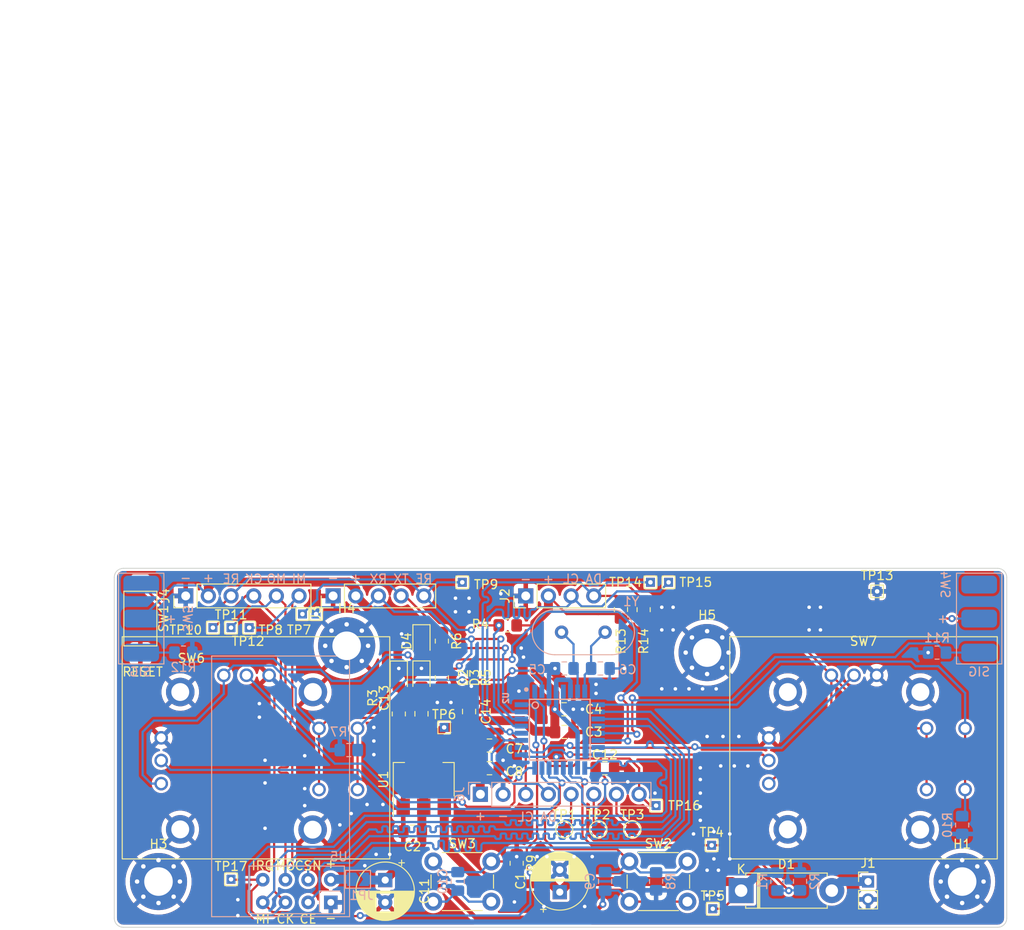
<source format=kicad_pcb>
(kicad_pcb (version 20211014) (generator pcbnew)
  (layers (0 "F.Cu" signal) (31 "B.Cu" signal) (34 "B.Paste" user) (35 "F.Paste" user) (36 "B.SilkS" user "B.Silkscreen") (37 "F.SilkS" user "F.Silkscreen") (38 "B.Mask" user) (39 "F.Mask" user) (44 "Edge.Cuts" user))
  (net 0 "")
  (net 1 "VCC")
  (net 2 "GND")
  (net 3 "+3V3")
  (net 4 "Net-(C5-Pad1)")
  (net 5 "Net-(C6-Pad1)")
  (net 6 "/BTN4")
  (net 7 "/BTN3")
  (net 8 "Net-(C12-Pad2)")
  (net 9 "Net-(D1-Pad2)")
  (net 10 "Net-(D2-Pad2)")
  (net 11 "Net-(D3-Pad2)")
  (net 12 "Net-(D4-Pad2)")
  (net 13 "/SCL")
  (net 14 "/SDA")
  (net 15 "/RX")
  (net 16 "/TX")
  (net 17 "/RESET")
  (net 18 "/SCK")
  (net 19 "/MOSI")
  (net 20 "/MISO")
  (net 21 "/BATT")
  (net 22 "/BTN1")
  (net 23 "/BTN2")
  (net 24 "/TG1")
  (net 25 "/TG2")
  (net 28 "/INT")
  (net 29 "/CE")
  (net 30 "/CSN")
  (net 31 "/Y1")
  (net 32 "/X1")
  (net 33 "/Y2")
  (net 34 "/X2")
  (net 35 "/IRQ")
  (net 36 "Net-(J6-Pad5)")
  (net 37 "Net-(J6-Pad6)")
  (net 38 "Net-(J6-Pad7)")
  (net 39 "Net-(JP1-Pad1)")
  (footprint "Resistor_SMD:R_0805_2012Metric_Pad1.20x1.40mm_HandSolder" (layer "F.Cu") (at 140.224 84.582)
    (fp_text reference "R4")
    (fp_text value "10k")
  )
  (footprint "LED_SMD:LED_0805_2012Metric_Pad1.15x1.40mm_HandSolder" (layer "F.Cu") (at 128.016 90.433 -90)
    (fp_text reference "D2")
    (fp_text value "LED")
  )
  (footprint "Capacitor_SMD:C_0805_2012Metric_Pad1.18x1.45mm_HandSolder" (layer "F.Cu") (at 151.1085 100.584 180)
    (fp_text reference "C12")
    (fp_text value "100n")
  )
  (footprint "MountingHole:MountingHole_3.2mm_M3_Pad_Via" (layer "F.Cu") (at 191.135 113.284)
    (fp_text reference "H1")
    (fp_text value "MountingHole_Pad")
  )
  (footprint "TestPoint:TestPoint_THTPad_1.0x1.0mm_Drill0.5mm" (layer "F.Cu") (at 118.745 83.312)
    (fp_text reference "TP7")
    (fp_text value "TestPoint")
  )
  (footprint "Diode_THT:D_5W_P10.16mm_Horizontal" (layer "F.Cu") (at 166.37 114.3)
    (fp_text reference "D1")
    (fp_text value "1N4007")
  )
  (footprint "Capacitor_SMD:C_0805_2012Metric_Pad1.18x1.45mm_HandSolder" (layer "F.Cu") (at 138.176 100.584 180)
    (fp_text reference "C8")
    (fp_text value "1µ")
  )
  (footprint "TestPoint:TestPoint_Pad_D1.5mm" (layer "F.Cu") (at 154.178 107.442)
    (fp_text reference "TP3")
    (fp_text value "TestPoint")
  )
  (footprint "RC_Transm:JoyStick" (layer "F.Cu") (at 180.086 98.298)
    (fp_text reference "SW7")
    (fp_text value "Joystick")
  )
  (footprint "TestPoint:TestPoint_THTPad_1.0x1.0mm_Drill0.5mm" (layer "F.Cu") (at 163.195 116.332)
    (fp_text reference "TP5")
    (fp_text value "TestPoint")
  )
  (footprint "Button_Switch_THT:SW_PUSH_6mm" (layer "F.Cu") (at 131.878 111.034)
    (fp_text reference "SW3")
    (fp_text value "SW_Push")
  )
  (footprint "LED_SMD:LED_0805_2012Metric_Pad1.15x1.40mm_HandSolder" (layer "F.Cu") (at 130.556 86.369 -90)
    (fp_text reference "D4")
    (fp_text value "LED")
  )
  (footprint "MountingHole:MountingHole_3.2mm_M3_Pad_Via" (layer "F.Cu") (at 162.56 87.63)
    (fp_text reference "H5")
    (fp_text value "MountingHole_Pad")
  )
  (footprint "TestPoint:TestPoint_THTPad_1.0x1.0mm_Drill0.5mm" (layer "F.Cu") (at 109.22 84.836)
    (fp_text reference "TP11")
    (fp_text value "TestPoint")
  )
  (footprint "Capacitor_THT:CP_Radial_D6.3mm_P2.50mm" (layer "F.Cu") (at 146.05 114.46638 90)
    (fp_text reference "C1")
    (fp_text value "10µF")
  )
  (footprint "Capacitor_SMD:C_0805_2012Metric_Pad1.18x1.45mm_HandSolder" (layer "F.Cu") (at 135.89 94.234 90)
    (fp_text reference "C14")
    (fp_text value "10µ")
  )
  (footprint "TestPoint:TestPoint_THTPad_1.0x1.0mm_Drill0.5mm" (layer "F.Cu") (at 158.242 79.756)
    (fp_text reference "TP15")
    (fp_text value "TestPoint")
  )
  (footprint "Capacitor_SMD:C_0805_2012Metric_Pad1.18x1.45mm_HandSolder" (layer "F.Cu") (at 146.5365 93.98 180)
    (fp_text reference "C4")
    (fp_text value "1µ")
  )
  (footprint "TestPoint:TestPoint_THTPad_1.0x1.0mm_Drill0.5mm" (layer "F.Cu") (at 111.252 84.836)
    (fp_text reference "TP12")
    (fp_text value "TestPoint")
  )
  (footprint "TestPoint:TestPoint_THTPad_1.0x1.0mm_Drill0.5mm" (layer "F.Cu") (at 156.21 79.756)
    (fp_text reference "TP14")
    (fp_text value "TestPoint")
  )
  (footprint "Capacitor_SMD:C_0805_2012Metric_Pad1.18x1.45mm_HandSolder" (layer "F.Cu") (at 129.5615 107.696 180)
    (fp_text reference "C2")
    (fp_text value "10µ")
  )
  (footprint "TestPoint:TestPoint_THTPad_1.0x1.0mm_Drill0.5mm" (layer "F.Cu") (at 135.128 79.756)
    (fp_text reference "TP9")
    (fp_text value "TestPoint")
  )
  (footprint "Package_TO_SOT_SMD:SOT-223-3_TabPin2" (layer "F.Cu") (at 130.81 101.854 90)
    (fp_text reference "U1")
    (fp_text value "AMS1117-3.3")
  )
  (footprint "Resistor_SMD:R_0805_2012Metric_Pad1.20x1.40mm_HandSolder" (layer "F.Cu") (at 132.842 86.344 -90)
    (fp_text reference "R6")
    (fp_text value "1k")
  )
  (footprint "Button_Switch_SMD:SW_SPST_CK_RS282G05A3" (layer "F.Cu") (at 99.06 83.82 -90)
    (fp_text reference "SW1")
    (fp_text value "SW_Push")
  )
  (footprint "LED_SMD:LED_0805_2012Metric_Pad1.15x1.40mm_HandSolder" (layer "F.Cu") (at 130.556 90.424 -90)
    (fp_text reference "D3")
    (fp_text value "LED")
  )
  (footprint "Resistor_SMD:R_0805_2012Metric_Pad1.20x1.40mm_HandSolder" (layer "F.Cu") (at 155.448 82.82 -90)
    (fp_text reference "R14")
    (fp_text value "4k7")
  )
  (footprint "TestPoint:TestPoint_THTPad_1.0x1.0mm_Drill0.5mm" (layer "F.Cu") (at 181.61 80.772)
    (fp_text reference "TP13")
    (fp_text value "TestPoint")
  )
  (footprint "Button_Switch_THT:SW_PUSH_6mm" (layer "F.Cu") (at 153.849 111.034)
    (fp_text reference "SW2")
    (fp_text value "SW_Push")
  )
  (footprint "TestPoint:TestPoint_THTPad_1.0x1.0mm_Drill0.5mm" (layer "F.Cu") (at 109.22 113.03)
    (fp_text reference "TP17")
    (fp_text value "TestPoint")
  )
  (footprint "Connector_PinHeader_2.54mm:PinHeader_1x04_P2.54mm_Vertical" (layer "F.Cu") (at 142.24 81.28 90)
    (fp_text reference "J2")
    (fp_text value "Conn_01x04")
  )
  (footprint "Capacitor_SMD:C_0805_2012Metric_Pad1.18x1.45mm_HandSolder" (layer "F.Cu") (at 138.176 98.044 180)
    (fp_text reference "C7")
    (fp_text value "10µ")
  )
  (footprint "Capacitor_THT:CP_Radial_D6.3mm_P2.50mm" (layer "F.Cu") (at 126.492 113.117621 -90)
    (fp_text reference "C11")
    (fp_text value "10µF")
  )
  (footprint "Connector_PinHeader_2.54mm:PinHeader_1x06_P2.54mm_Vertical" (layer "F.Cu") (at 104.14 81.28 90)
    (fp_text reference "J4")
    (fp_text value "Conn_01x06")
  )
  (footprint "TestPoint:TestPoint_THTPad_1.0x1.0mm_Drill0.5mm" (layer "F.Cu") (at 156.845 104.775)
    (fp_text reference "TP16")
    (fp_text value "TestPoint")
  )
  (footprint "MountingHole:MountingHole_3.2mm_M3_Pad_Via" (layer "F.Cu") (at 122.174 86.868)
    (fp_text reference "H4")
    (fp_text value "MountingHole_Pad")
  )
  (footprint "TestPoint:TestPoint_Pad_D1.5mm" (layer "F.Cu") (at 146.558 107.442)
    (fp_text reference "TP1")
    (fp_text value "TestPoint")
  )
  (footprint "TestPoint:TestPoint_THTPad_1.0x1.0mm_Drill0.5mm" (layer "F.Cu") (at 107.188 84.836)
    (fp_text reference "TP10")
    (fp_text value "TestPoint")
  )
  (footprint "TestPoint:TestPoint_THTPad_1.0x1.0mm_Drill0.5mm" (layer "F.Cu") (at 133.096 96.012)
    (fp_text reference "TP6")
    (fp_text value "TestPoint")
  )
  (footprint "Connector_PinHeader_2.54mm:PinHeader_1x05_P2.54mm_Vertical" (layer "F.Cu") (at 120.655 81.28 90)
    (fp_text reference "J3")
    (fp_text value "Conn_01x05")
  )
  (footprint "TestPoint:TestPoint_THTPad_1.0x1.0mm_Drill0.5mm" (layer "F.Cu") (at 117.221 83.312)
    (fp_text reference "TP8")
    (fp_text value "TestPoint")
  )
  (footprint "Resistor_SMD:R_0805_2012Metric_Pad1.20x1.40mm_HandSolder" (layer "F.Cu") (at 132.842 90.44 -90)
    (fp_text reference "R5")
    (fp_text value "1k")
  )
  (footprint "Resistor_SMD:R_0805_2012Metric_Pad1.20x1.40mm_HandSolder" (layer "F.Cu") (at 141.224 111.236 -90)
    (fp_text reference "R9")
    (fp_text value "10k")
  )
  (footprint "Capacitor_SMD:C_0805_2012Metric_Pad1.18x1.45mm_HandSolder" (layer "F.Cu") (at 146.558 96.52 180)
    (fp_text reference "C3")
    (fp_text value "10µ")
  )
  (footprint "Capacitor_SMD:C_0805_2012Metric_Pad1.18x1.45mm_HandSolder" (layer "F.Cu") (at 130.556 94.488 90)
    (fp_text reference "C13")
    (fp_text value "10µ")
  )
  (footprint "Resistor_SMD:R_0805_2012Metric_Pad1.20x1.40mm_HandSolder" (layer "F.Cu") (at 128.016 94.504 90)
    (fp_text reference "R3")
    (fp_text value "1k")
  )
  (footprint "TestPoint:TestPoint_THTPad_1.0x1.0mm_Drill0.5mm" (layer "F.Cu") (at 163.068 109.22)
    (fp_text reference "TP4")
    (fp_text value "TestPoint")
  )
  (footprint "Resistor_SMD:R_0805_2012Metric_Pad1.20x1.40mm_HandSolder" (layer "F.Cu") (at 152.908 82.804 -90)
    (fp_text reference "R13")
    (fp_text value "4k7")
  )
  (footprint "MountingHole:MountingHole_3.2mm_M3_Pad_Via" (layer "F.Cu") (at 101.092 113.284)
    (fp_text reference "H3")
    (fp_text value "MountingHole_Pad")
  )
  (footprint "RC_Transm:JoyStick" (layer "F.Cu") (at 112.014 98.298)
    (fp_text reference "SW6")
    (fp_text value "Joystick")
  )
  (footprint "TestPoint:TestPoint_Pad_D1.5mm" (layer "F.Cu") (at 150.368 107.442)
    (fp_text reference "TP2")
    (fp_text value "TestPoint")
  )
  (footprint "Connector_PinHeader_2.00mm:PinHeader_1x02_P2.00mm_Vertical" (layer "F.Cu") (at 180.594 113.284)
    (fp_text reference "J1")
    (fp_text value "Conn_01x02")
  )
  (footprint "RC_Transm:Toggle_EdgeMount" (layer "B.Cu") (at 195.58 83.82 90)
    (fp_text reference "SW4")
    (fp_text value "SW_SPDT")
  )
  (footprint "Capacitor_SMD:C_0805_2012Metric_Pad1.18x1.45mm_HandSolder" (layer "B.Cu") (at 134.62 113.2625 -90)
    (fp_text reference "C10")
    (fp_text value "1n")
  )
  (footprint "Jumper:SolderJumper-2_P1.3mm_Open_TrianglePad1.0x1.5mm" (layer "B.Cu") (at 123.444 113.03)
    (fp_text reference "JP1")
    (fp_text value "SolderJumper_2_Open")
  )
  (footprint "Resistor_SMD:R_0805_2012Metric_Pad1.20x1.40mm_HandSolder" (layer "B.Cu") (at 172.974 113.268 90)
    (fp_text reference "R2")
    (fp_text value "R")
  )
  (footprint "Resistor_SMD:R_0805_2012Metric_Pad1.20x1.40mm_HandSolder" (layer "B.Cu") (at 191.135 106.95 -90)
    (fp_text reference "R10")
    (fp_text value "R")
  )
  (footprint "Resistor_SMD:R_0805_2012Metric_Pad1.20x1.40mm_HandSolder" (layer "B.Cu") (at 103.886 87.63)
    (fp_text reference "R12")
    (fp_text value "10k")
  )
  (footprint "Capacitor_SMD:C_0805_2012Metric_Pad1.18x1.45mm_HandSolder" (layer "B.Cu") (at 150.6005 89.408)
    (fp_text reference "C6")
    (fp_text value "22p")
  )
  (footprint "Resistor_SMD:R_0805_2012Metric_Pad1.20x1.40mm_HandSolder" (layer "B.Cu") (at 122.412 98.552 180)
    (fp_text reference "R7")
    (fp_text value "R")
  )
  (footprint "RF_Module:nRF24L01_Breakout" (layer "B.Cu") (at 120.396 115.616 90)
    (fp_text reference "U5")
    (fp_text value "NRF24L01_Breakout")
  )
  (footprint "RC_Transm:Toggle_EdgeMount" (layer "B.Cu") (at 101.695 83.82 90)
    (fp_text reference "SW5")
    (fp_text value "SW_SPDT")
  )
  (footprint "Resistor_SMD:R_0805_2012Metric_Pad1.20x1.40mm_HandSolder" (layer "B.Cu") (at 156.845 113.2625 90)
    (fp_text reference "R8")
    (fp_text value "10k")
  )
  (footprint "Resistor_SMD:R_0805_2012Metric_Pad1.20x1.40mm_HandSolder" (layer "B.Cu") (at 170.434 113.284 -90)
    (fp_text reference "R1")
    (fp_text value "R")
  )
  (footprint "ATMega328p-AU:QFP80P900X900X120-32N" (layer "B.Cu") (at 146.05 96.266 -90)
    (fp_text reference "U2")
    (fp_text value "ATmega328P-M")
  )
  (footprint "Crystal:Crystal_HC49-4H_Vertical" (layer "B.Cu") (at 151.13 85.344 180)
    (fp_text reference "Y1")
    (fp_text value "Crystal")
  )
  (footprint "Resistor_SMD:R_0805_2012Metric_Pad1.20x1.40mm_HandSolder" (layer "B.Cu") (at 188.325 87.63 180)
    (fp_text reference "R11")
    (fp_text value "10k")
  )
  (footprint "Capacitor_SMD:C_0805_2012Metric_Pad1.18x1.45mm_HandSolder" (layer "B.Cu") (at 146.558 89.408 180)
    (fp_text reference "C5")
    (fp_text value "22p")
  )
  (footprint "Connector_PinHeader_2.54mm:PinHeader_1x08_P2.54mm_Vertical" (layer "B.Cu") (at 137.16 103.505 -90)
    (fp_text reference "J6")
    (fp_text value "Conn_01x08")
  )
  (footprint "Capacitor_SMD:C_0805_2012Metric_Pad1.18x1.45mm_HandSolder" (layer "B.Cu") (at 151.13 113.2625 -90)
    (fp_text reference "C9")
    (fp_text value "1n")
  )
  (gr_arc (start 97.155 118.40758) (mid 96.43658 118.11) (end 96.139 117.39158) (layer "Edge.Cuts") (width 0.1))
  (gr_line (start 97.155 78.18842) (end 195.11558 78.18842) (layer "Edge.Cuts") (width 0.1))
  (gr_arc (start 96.139 79.20442) (mid 96.43658 78.486) (end 97.155 78.18842) (layer "Edge.Cuts") (width 0.1))
  (gr_line (start 96.139 117.39158) (end 96.139 79.20442) (layer "Edge.Cuts") (width 0.1))
  (gr_arc (start 196.13158 117.39158) (mid 195.834 118.11) (end 195.11558 118.40758) (layer "Edge.Cuts") (width 0.1))
  (gr_arc (start 195.11558 78.18842) (mid 195.834 78.486) (end 196.13158 79.20442) (layer "Edge.Cuts") (width 0.1))
  (gr_line (start 196.13158 79.20442) (end 196.13158 117.39158) (layer "Edge.Cuts") (width 0.1))
  (gr_line (start 195.11558 118.40758) (end 97.155 118.40758) (layer "Edge.Cuts") (width 0.1))
  (gr_text "-" (at 120.65 79.248) (layer "B.SilkS") (effects (font (size 1 1)) (justify mirror)))
  (gr_text "+" (at 102.489 83.82) (layer "B.SilkS") (effects (font (size 1 1)) (justify mirror)))
  (gr_text "SIG" (at 99.06 89.789) (layer "B.SilkS") (effects (font (size 1 1)) (justify mirror)))
  (gr_text "DA" (at 144.78 106.045) (layer "B.SilkS") (effects (font (size 1 1)) (justify mirror)))
  (gr_text "+" (at 106.68 79.248) (layer "B.SilkS") (effects (font (size 1 1)) (justify mirror)))
  (gr_text "RX" (at 125.73 79.375) (layer "B.SilkS") (effects (font (size 1 1)) (justify mirror)))
  (gr_text "RE" (at 130.81 79.375) (layer "B.SilkS") (effects (font (size 1 1)) (justify mirror)))
  (gr_text "MI" (at 116.84 79.375) (layer "B.SilkS") (effects (font (size 1 1)) (justify mirror)))
  (gr_text "-" (at 104.14 79.248) (layer "B.SilkS") (effects (font (size 1 1)) (justify mirror)))
  (gr_text "+" (at 188.976 83.82) (layer "B.SilkS") (effects (font (size 1 1)) (justify mirror)))
  (gr_text "CL" (at 142.24 106.045) (layer "B.SilkS") (effects (font (size 1 1)) (justify mirror)))
  (gr_text "+" (at 123.19 79.248) (layer "B.SilkS") (effects (font (size 1 1)) (justify mirror)))
  (gr_text "DA" (at 149.86 79.375) (layer "B.SilkS") (effects (font (size 1 1)) (justify mirror)))
  (gr_text "CK" (at 111.76 79.375) (layer "B.SilkS") (effects (font (size 1 1)) (justify mirror)))
  (gr_text "SIG" (at 193.04 89.789) (layer "B.SilkS") (effects (font (size 1 1)) (justify mirror)))
  (gr_text "+" (at 137.16 105.918) (layer "B.SilkS") (effects (font (size 1 1)) (justify mirror)))
  (gr_text "RE" (at 109.22 79.375) (layer "B.SilkS") (effects (font (size 1 1)) (justify mirror)))
  (gr_text "CL" (at 147.32 79.375) (layer "B.SilkS") (effects (font (size 1 1)) (justify mirror)))
  (gr_text "-" (at 142.24 79.375) (layer "B.SilkS") (effects (font (size 1 1)) (justify mirror)))
  (gr_text "TX" (at 128.27 79.375) (layer "B.SilkS") (effects (font (size 1 1)) (justify mirror)))
  (gr_text "MO" (at 114.3 79.375) (layer "B.SilkS") (effects (font (size 1 1)) (justify mirror)))
  (gr_text "+" (at 144.78 79.375) (layer "B.SilkS") (effects (font (size 1 1)) (justify mirror)))
  (gr_text "-" (at 139.7 105.918) (layer "B.SilkS") (effects (font (size 1 1)) (justify mirror)))
  (gr_text "RESET" (at 99.314 89.789) (layer "F.SilkS") (effects (font (size 1 1))))
  (gr_text "CSN" (at 117.856 111.506) (layer "F.SilkS") (effects (font (size 1 1))))
  (gr_text "CE" (at 117.856 117.475) (layer "F.SilkS") (effects (font (size 1 1))))
  (gr_text "-" (at 120.396 117.348) (layer "F.SilkS") (effects (font (size 1 1))))
  (gr_text "+" (at 120.396 111.252) (layer "F.SilkS") (effects (font (size 1 1))))
  (gr_text "MO" (at 115.316 111.506) (layer "F.SilkS") (effects (font (size 1 1))))
  (gr_text "IRQ" (at 112.776 111.506) (layer "F.SilkS") (effects (font (size 1 1))))
  (gr_text "MI" (at 112.776 117.475) (layer "F.SilkS") (effects (font (size 1 1))))
  (gr_text "CK" (at 115.316 117.475) (layer "F.SilkS") (effects (font (size 1 1))))
  (segment (start 166.37 114.3) (end 165.354 113.284) (width 1) (layer "F.Cu") (net 1))
  (segment (start 147.23238 113.284) (end 146.05 114.46638) (width 1) (layer "F.Cu") (net 1))
  (segment (start 137.41152 113.53552) (end 145.11914 113.53552) (width 1) (layer "F.Cu") (net 1))
  (segment (start 163.195 116.332) (end 164.338 116.332) (width 0.25) (layer "F.Cu") (net 1))
  (segment (start 165.354 113.284) (end 147.23238 113.284) (width 1) (layer "F.Cu") (net 1))
  (segment (start 133.11 109.234) (end 137.41152 113.53552) (width 1) (layer "F.Cu") (net 1))
  (segment (start 145.11914 113.53552) (end 146.05 114.46638) (width 1) (layer "F.Cu") (net 1))
  (segment (start 133.11 105.004) (end 133.11 109.234) (width 1) (layer "F.Cu") (net 1))
  (segment (start 164.338 116.332) (end 166.37 114.3) (width 0.25) (layer "F.Cu") (net 1))
  (segment (start 166.37 114.3) (end 168.386 112.284) (width 1) (layer "B.Cu") (net 1))
  (segment (start 168.386 112.284) (end 170.434 112.284) (width 1) (layer "B.Cu") (net 1))
  (segment (start 130.311 89.399) (end 129.286 90.424) (width 0.25) (layer "F.Cu") (net 2))
  (segment (start 139.7 99.695) (end 139.7 98.5305) (width 0.5) (layer "F.Cu") (net 2))
  (segment (start 145.5205 89.8945) (end 146.431 90.805) (width 1) (layer "F.Cu") (net 2))
  (segment (start 139.7 99.695) (end 139.7 100.0975) (width 0.5) (layer "F.Cu") (net 2))
  (segment (start 129.531 90.424) (end 130.556 89.399) (width 0.5) (layer "F.Cu") (net 2))
  (segment (start 130.556 89.399) (end 130.311 89.399) (width 0.25) (layer "F.Cu") (net 2))
  (segment (start 145.669 98.17327) (end 145.669 99.314) (width 0.5) (layer "F.Cu") (net 2))
  (segment (start 139.7 100.0975) (end 139.2135 100.584) (width 0.5) (layer "F.Cu") (net 2))
  (segment (start 139.7 98.5305) (end 139.2135 98.044) (width 0.5) (layer "F.Cu") (net 2))
  (segment (start 146.431 90.805) (end 146.558 90.932) (width 0.25) (layer "F.Cu") (net 2))
  (segment (start 145.5205 89.408) (end 145.5205 89.8945) (width 1) (layer "F.Cu") (net 2))
  (segment (start 128.016 89.408) (end 129.032 90.424) (width 0.5) (layer "F.Cu") (net 2))
  (segment (start 129.032 90.424) (end 129.531 90.424) (width 0.5) (layer "F.Cu") (net 2))
  (segment (start 147.5955 96.52) (end 147.32227 96.52) (width 0.5) (layer "F.Cu") (net 2))
  (segment (start 147.32227 96.52) (end 145.669 98.17327) (width 0.5) (layer "F.Cu") (net 2))
  (via (at 153.67 102.108) (size 0.8) (drill 0.4) (layers "F.Cu" "B.Cu") (net 2))
  (via (at 153.289 89.408) (size 0.8) (drill 0.4) (layers "F.Cu" "B.Cu") (net 2))
  (via (at 134.366 83.058) (size 0.8) (drill 0.4) (layers "F.Cu" "B.Cu") (net 2))
  (via (at 144.610281 110.49) (size 0.8) (drill 0.4) (layers "F.Cu" "B.Cu") (net 2))
  (via (at 141.732 87.122) (size 0.8) (drill 0.4) (layers "F.Cu" "B.Cu") (net 2))
  (via (at 141.478 91.948) (size 0.8) (drill 0.4) (layers "F.Cu" "B.Cu") (net 2))
  (via (at 134.366 81.534) (size 0.8) (drill 0.4) (layers "F.Cu" "B.Cu") (net 2))
  (via (at 163.83 114.808) (size 0.8) (drill 0.4) (layers "F.Cu" "B.Cu") (net 2))
  (via (at 162.56 112.014) (size 0.8) (drill 0.4) (layers "F.Cu" "B.Cu") (net 2))
  (via (at 128.016 89.408) (size 0.8) (drill 0.4) (layers "F.Cu" "B.Cu") (net 2))
  (via (at 166.116 97.028) (size 0.8) (drill 0.4) (layers "F.Cu" "B.Cu") (net 2))
  (via (at 161.798 106.426) (size 0.8) (drill 0.4) (layers "F.Cu" "B.Cu") (net 2))
  (via (at 139.7 99.695) (size 0.8) (drill 0.4) (layers "F.Cu" "B.Cu") (net 2))
  (via (at 175.26 82.55) (size 0.8) (drill 0.4) (layers "F.Cu" "B.Cu") (net 2))
  (via (at 156.718 103.378) (size 0.8) (drill 0.4) (layers "F.Cu" "B.Cu") (net 2))
  (via (at 109.982 115.316) (size 0.8) (drill 0.4) (layers "F.Cu" "B.Cu") (net 2))
  (via (at 113.03 107.315) (size 0.8) (drill 0.4) (layers "F.Cu" "B.Cu") (net 2))
  (via (at 140.97 100.33) (size 0.8) (drill 0.4) (layers "F.Cu" "B.Cu") (net 2))
  (via (at 157.48 91.694) (size 0.8) (drill 0.4) (layers "F.Cu" "B.Cu") (net 2))
  (via (at 164.338 97.028) (size 0.8) (drill 0.4) (layers "F.Cu" "B.Cu") (net 2))
  (via (at 158.75 82.55) (size 0.8) (drill 0.4) (layers "F.Cu" "B.Cu") (net 2))
  (via (at 164.084 100.33) (size 0.8) (drill 0.4) (layers "F.Cu" "B.Cu") (net 2))
  (via (at 150.114 91.186) (size 0.8) (drill 0.4) (layers "F.Cu" "B.Cu") (net 2))
  (via (at 145.669 99.314) (size 0.8) (drill 0.4) (layers "F.Cu" "B.Cu") (net 2))
  (via (at 133.858 93.218) (size 0.8) (drill 0.4) (layers "F.Cu" "B.Cu") (net 2))
  (via (at 161.798 103.371921) (size 0.8) (drill 0.4) (layers "F.Cu" "B.Cu") (net 2))
  (via (at 135.89 81.534) (size 0.8) (drill 0.4) (layers "F.Cu" "B.Cu") (net 2))
  (via (at 165.608 100.33) (size 0.8) (drill 0.4) (layers "F.Cu" "B.Cu") (net 2))
  (via (at 150.114 92.202) (size 0.8) (drill 0.4) (layers "F.Cu" "B.Cu") (net 2))
  (via (at 147.574 93.98) (size 0.8) (drill 0.4) (layers "F.Cu" "B.Cu") (net 2))
  (via (at 149.687618 110.49) (size 0.8) (drill 0.4) (layers "F.Cu" "B.Cu") (net 2))
  (via (at 167.132 100.33) (size 0.8) (drill 0.4) (layers "F.Cu" "B.Cu") (net 2))
  (via (at 117.475 99.187) (size 0.8) (drill 0.4) (layers "F.Cu" "B.Cu") (net 2))
  (via (at 140.97 115.57) (size 0.8) (drill 0.4) (layers "F.Cu" "B.Cu") (net 2))
  (via (at 141.224 110.49) (size 0.8) (drill 0.4) (layers "F.Cu" "B.Cu") (net 2))
  (via (at 161.798 100.540421) (size 0.8) (drill 0.4) (layers "F.Cu" "B.Cu") (net 2))
  (via (at 187.325 87.63) (size 0.8) (drill 0.4) (layers "F.Cu" "B.Cu") (net 2))
  (via (at 122.682 105.664) (size 0.8) (drill 0.4) (layers "F.Cu" "B.Cu") (net 2))
  (via (at 148.59 93.98) (size 0.8) (drill 0.4) (layers "F.Cu" "B.Cu") (net 2))
  (via (at 125.222 99.06) (size 0.8) (drill 0.4) (layers "F.Cu" "B.Cu") (net 2))
  (via (at 175.26 85.09) (size 0.8) (drill 0.4) (layers "F.Cu" "B.Cu") (net 2))
  (via (at 158.75 85.09) (size 0.8) (drill 0.4) (layers "F.Cu" "B.Cu") (net 2))
  (via (at 162.052 91.694) (size 0.8) (drill 0.4) (layers "F.Cu" "B.Cu") (net 2))
  (via (at 125.476 110.236) (size 0.8) (drill 0.4) (layers "F.Cu" "B.Cu") (net 2))
  (via (at 162.56 114.808) (size 0.8) (drill 0.4) (layers "F.Cu" "B.Cu") (net 2))
  (via (at 124.46 104.648) (size 0.8) (drill 0.4) (layers "F.Cu" "B.Cu") (net 2))
  (via (at 157.48 85.09) (size 0.8) (drill 0.4) (layers "F.Cu" "B.Cu") (net 2))
  (via (at 113.03 102.235) (size 0.8) (drill 0.4) (layers "F.Cu" "B.Cu") (net 2))
  (via (at 173.99 82.55) (size 0.8) (drill 0.4) (layers "F.Cu" "B.Cu") (net 2))
  (via (at 128.329201 85.538799) (size 0.8) (drill 0.4) (layers "F.Cu" "B.Cu") (net 2))
  (via (at 132.334 93.218) (size 0.8) (drill 0.4) (layers "F.Cu" "B.Cu") (net 2))
  (via (at 130.556 89.399) (size 0.8) (drill 0.4) (layers "F.Cu" "B.Cu") (net 2))
  (via (at 125.222 96.012) (size 0.8) (drill 0.4) (layers "F.Cu" "B.Cu") (net 2))
  (via (at 165.1 107.95) (size 0.8) (drill 0.4) (layers "F.Cu" "B.Cu") (net 2))
  (via (at 109.982 117.094) (size 0.8) (drill 0.4) (layers "F.Cu" "B.Cu") (net 2))
  (via (at 165.1 110.744) (size 0.8) (drill 0.4) (layers "F.Cu" "B.Cu") (net 2))
  (via (at 173.99 85.09) (size 0.8) (drill 0.4) (layers "F.Cu" "B.Cu") (net 2))
  (via (at 117.475 104.775) (size 0.8) (drill 0.4) (layers "F.Cu" "B.Cu") (net 2))
  (via (at 121.412 106.934) (size 0.8) (drill 0.4) (layers "F.Cu" "B.Cu") (net 2))
  (via (at 136.144 91.4025) (size 0.8) (drill 0.4) (layers "F.Cu" "B.Cu") (net 2))
  (via (at 161.036 107.95) (size 0.8) (drill 0.4) (layers "F.Cu" "B.Cu") (net 2))
  (via (at 163.576 91.694) (size 0.8) (drill 0.4) (layers "F.Cu" "B.Cu") (net 2))
  (via (at 113.03 99.695) (size 0.8) (drill 0.4) (layers "F.Cu" "B.Cu") (net 2))
  (via (at 127 110.236) (size 0.8) (drill 0.4) (layers "F.Cu" "B.Cu") (net 2))
  (via (at 163.322 110.744) (size 0.8) (drill 0.4) (layers "F.Cu" "B.Cu") (net 2))
  (via (at 125.222 97.536) (size 0.8) (drill 0.4) (layers "F.Cu" "B.Cu") (net 2))
  (via (at 141.986 88.138) (size 0.8) (drill 0.4) (layers "F.Cu" "B.Cu") (net 2))
  (via (at 160.528 91.694) (size 0.8) (drill 0.4) (layers "F.Cu" "B.Cu") (net 2))
  (via (at 112.395 93.345) (size 0.8) (drill 0.4) (layers "F.Cu" "B.Cu") (net 2))
  (via (at 163.322 107.696) (size 0.8) (drill 0.4) (layers "F.Cu" "B.Cu") (net 2))
  (via (at 124.206 111.506) (size 0.8) (drill 0.4) (layers "F.Cu" "B.Cu") (net 2))
  (via (at 143.51 110.49) (size 0.8) (drill 0.4) (layers "F.Cu" "B.Cu") (net 2))
  (via (at 163.83 112.014) (size 0.8) (drill 0.4) (layers "F.Cu" "B.Cu") (net 2))
  (via (at 161.798 104.895921) (size 0.8) (drill 0.4) (layers "F.Cu" "B.Cu") (net 2))
  (via (at 128.524 86.614) (size 0.8) (drill 0.4) (layers "F.Cu" "B.Cu") (net 2))
  (via (at 147.658281 110.49) (size 0.8) (drill 0.4) (layers "F.Cu" "B.Cu") (net 2))
  (via (at 139.446 81.026) (size 0.8) (drill 0.4) (layers "F.Cu" "B.Cu") (net 2))
  (via (at 159.004 91.694) (size 0.8) (drill 0.4) (layers "F.Cu" "B.Cu") (net 2))
  (via (at 157.48 82.55) (size 0.8) (drill 0.4) (layers "F.Cu" "B.Cu") (net 2))
  (via (at 162.56 97.028) (size 0.8) (drill 0.4) (layers "F.Cu" "B.Cu") (net 2))
  (via (at 126.238 104.648) (size 0.8) (drill 0.4) (layers "F.Cu" "B.Cu") (net 2))
  (via (at 112.395 94.869) (size 0.8) (drill 0.4) (layers "F.Cu" "B.Cu") (net 2))
  (via (at 135.89 83.058) (size 0.8) (drill 0.4) (layers "F.Cu" "B.Cu") (net 2))
  (via (at 145.5205 89.408) (size 0.8) (drill 0.4) (layers "F.Cu" "B.Cu") (net 2))
  (via (at 148.844 116.078) (size 0.8) (drill 0.4) (layers "F.Cu" "B.Cu") (net 2))
  (via (at 117.475 102.87) (size 0.8) (drill 0.4) (layers "F.Cu" "B.Cu") (net 2))
  (via (at 161.798 101.85222) (size 0.8) (drill 0.4) (layers "F.Cu" "B.Cu") (net 2))
  (via (at 144.272 116.078) (size 0.8) (drill 0.4) (layers "F.Cu" "B.Cu") (net 2))
  (segment (start 145.65 99.333) (end 145.669 99.314) (width 0.5) (layer "B.Cu") (net 2))
  (segment (start 145.5205 89.408) (end 144.018 89.408) (width 1) (layer "B.Cu") (net 2))
  (segment (start 144.85 91.966) (end 144.84249 91.95849) (width 0.5) (layer "B.Cu") (net 2))
  (segment (start 151.638 89.408) (end 151.638 90.932) (width 0.25) (layer "B.Cu") (net 2))
  (segment (start 146.45 92.856) (end 147.574 93.98) (width 0.5) (layer "B.Cu") (net 2))
  (segment (start 151.638 89.408) (end 153.289 89.408) (width 0.25) (layer "B.Cu") (net 2))
  (segment (start 144.84249 91.95849) (end 144.84249 90.08601) (width 0.5) (layer "B.Cu") (net 2))
  (segment (start 146.45 91.966) (end 146.45 92.856) (width 0.5) (layer "B.Cu") (net 2))
  (segment (start 145.65 100.566) (end 145.65 99.333) (width 0.5) (layer "B.Cu") (net 2))
  (segment (start 144.84249 90.08601) (end 145.5205 89.408) (width 0.5) (layer "B.Cu") (net 2))
  (segment (start 137.1385 100.584) (end 137.1385 103.4835) (width 1) (layer "F.Cu") (net 3))
  (segment (start 129.20281 111.42281) (end 129.20281 110.40681) (width 0.5) (layer "F.Cu") (net 3))
  (segment (start 143.256 89.916) (end 143.256 84.328) (width 1) (layer "F.Cu") (net 3))
  (segment (start 182.4228 96.1136) (end 187.1472 96.1136) (width 0.25) (layer "F.Cu") (net 3))
  (segment (start 120.2438 94.945) (end 127.051 94.945) (width 0.25) (layer "F.Cu") (net 3))
  (segment (start 170.1292 83.82) (end 176.4792 90.17) (width 0.25) (layer "F.Cu") (net 3))
  (segment (start 127.61 95.504) (end 127.051 94.945) (width 1) (layer "F.Cu") (net 3))
  (segment (start 153.849 115.534) (end 160.349 115.534) (width 0.25) (layer "F.Cu") (net 3))
  (segment (start 146.812 83.312) (end 150.368 83.312) (width 0.25) (layer "F.Cu") (net 3))
  (segment (start 128.016 95.504) (end 130.5345 95.504) (width 1) (layer "F.Cu") (net 3))
  (segment (start 135.1495 96.012) (end 135.89 95.2715) (width 1) (layer "F.Cu") (net 3))
  (segment (start 130.81 98.704) (end 130.81 98.298) (width 1) (layer "F.Cu") (net 3))
  (segment (start 145.499 96.4985) (end 145.5205 96.52) (width 1) (layer "F.Cu") (net 3))
  (segment (start 131.572 113.792) (end 133.096 113.792) (width 0.5) (layer "F.Cu") (net 3))
  (segment (start 144.81093 96.52) (end 144.727429 96.436499) (width 1) (layer "F.Cu") (net 3))
  (segment (start 152.416 83.312) (end 150.368 83.312) (width 0.25) (layer "F.Cu") (net 3))
  (segment (start 130.556 98.45) (end 130.81 98.704) (width 1) (layer "F.Cu") (net 3))
  (segment (start 106.68 80.264) (end 107.213511 79.730489) (width 1) (layer "F.Cu") (net 3))
  (segment (start 145.499 92.159) (end 143.256 89.916) (width 1) (layer "F.Cu") (net 3))
  (segment (start 187.1472 102.9716) (end 187.1472 96.1136) (width 0.25) (layer "F.Cu") (net 3))
  (segment (start 129.20281 111.42281) (end 128.18681 111.42281) (width 0.5) (layer "F.Cu") (net 3))
  (segment (start 168.91 83.185) (end 169.545 83.82) (width 0.25) (layer "F.Cu") (net 3))
  (segment (start 170.1292 83.82) (end 189.992 83.82) (width 0.25) (layer "F.Cu") (net 3))
  (segment (start 106.68 81.28) (end 106.68 80.264) (width 1) (layer "F.Cu") (net 3))
  (segment (start 152.908 83.804) (end 152.416 83.312) (width 0.25) (layer "F.Cu") (net 3))
  (segment (start 119.0752 96.1136) (end 119.0752 102.9716) (width 0.25) (layer "F.Cu") (net 3))
  (segment (start 133.096 96.012) (end 135.1495 96.012) (width 1) (layer "F.Cu") (net 3))
  (segment (start 128.18681 111.42281) (end 126.492 113.117621) (width 1) (layer "F.Cu") (net 3))
  (segment (start 119.0752 96.1136) (end 120.2438 94.945) (width 0.25) (layer "F.Cu") (net 3))
  (segment (start 129.286 111.506) (end 129.20281 111.42281) (width 0.5) (layer "F.Cu") (net 3))
  (segment (start 133.096 113.792) (end 136.652 117.348) (width 0.5) (layer "F.Cu") (net 3))
  (segment (start 126.61648 94.51048) (end 126.61648 84.70148) (width 1) (layer "F.Cu") (net 3))
  (segment (start 144.78 82.804) (end 144.78 81.28) (width 1) (layer "F.Cu") (net 3))
  (segment (start 145.5205 96.52) (end 144.81093 96.52) (width 1) (layer "F.Cu") (net 3))
  (segment (start 144.78 81.28) (end 146.812 83.312) (width 0.25) (layer "F.Cu") (net 3))
  (segment (start 135.2585 98.704) (end 136.4785 98.704) (width 1) (layer "F.Cu") (net 3))
  (segment (start 136.4785 98.704) (end 137.1385 98.044) (width 1) (layer "F.Cu") (net 3))
  (segment (start 136.652 117.348) (end 149.352 117.348) (width 0.5) (layer "F.Cu") (net 3))
  (segment (start 143.172499 96.436499) (end 141.986 95.25) (width 1) (layer "F.Cu") (net 3))
  (segment (start 123.195 80.523) (end 123.195 81.28) (width 1) (layer "F.Cu") (net 3))
  (segment (start 135.89 95.2715) (end 137.3925 95.2715) (width 1) (layer "F.Cu") (net 3))
  (segment (start 169.4688 102.3112) (end 176.4792 95.3008) (width 0.25) (layer "F.Cu") (net 3))
  (segment (start 130.81 98.704) (end 135.2585 98.704) (width 1) (layer "F.Cu") (net 3))
  (segment (start 160.02 83.185) (end 168.91 83.185) (width 0.25) (layer "F.Cu") (net 3))
  (segment (start 130.5345 95.504) (end 130.556 95.5255) (width 1) (layer "F.Cu") (net 3))
  (segment (start 144.727429 96.436499) (end 143.172499 96.436499) (width 1) (layer "F.Cu") (net 3))
  (segment (start 176.4792 90.17) (end 182.4228 96.1136) (width 0.25) (layer "F.Cu") (net 3))
  (segment (start 122.402489 79.730489) (end 107.213511 79.730489) (width 1) (layer "F.Cu") (net 3))
  (segment (start 130.599 107.696) (end 130.599 105.215) (width 1) (layer "F.Cu") (net 3))
  (segment (start 176.4792 95.3008) (end 176.4792 90.17) (width 0.25) (layer "F.Cu") (net 3))
  (segment (start 128.69481 110.91481) (end 129.286 111.506) (width 0.5) (layer "F.Cu") (net 3))
  (segment (start 155.448 83.82) (end 152.924 83.82) (width 0.25) (layer "F.Cu") (net 3))
  (segment (start 128.016 95.504) (end 127.61 95.504) (width 1) (layer "F.Cu") (net 3))
  (segment (start 137.3925 95.2715) (end 137.414 95.25) (width 1) (layer "F.Cu") (net 3))
  (segment (start 155.448 83.82) (end 159.385 83.82) (width 0.25) (layer "F.Cu") (net 3))
  (segment (start 169.545 83.82) (end 170.1292 83.82) (width 0.25) (layer "F.Cu") (net 3))
  (segment (start 130.599 109.010621) (end 129.20281 110.40681) (width 1) (layer "F.Cu") (net 3))
  (segment (start 145.499 93.98) (end 145.499 92.159) (width 1) (layer "F.Cu") (net 3))
  (segment (start 143.256 84.328) (end 144.78 82.804) (width 1) (layer "F.Cu") (net 3))
  (segment (start 130.599 107.696) (end 130.599 109.010621) (width 1) (layer "F.Cu") (net 3))
  (segment (start 143.002 84.582) (end 143.256 84.328) (width 0.25) (layer "F.Cu") (net 3))
  (segment (start 127.051 94.945) (end 126.61648 94.51048) (width 1) (layer "F.Cu") (net 3))
  (segment (start 128.69481 110.91481) (end 128.18681 111.42281) (width 1) (layer "F.Cu") (net 3))
  (segment (start 145.499 93.98) (end 145.499 96.4985) (width 1) (layer "F.Cu") (net 3))
  (segment (start 149.352 117.348) (end 150.876 115.824) (width 0.5) (layer "F.Cu") (net 3))
  (segment (start 141.224 84.582) (end 143.002 84.582) (width 0.25) (layer "F.Cu") (net 3))
  (segment (start 159.385 83.82) (end 160.02 83.185) (width 0.25) (layer "F.Cu") (net 3))
  (segment (start 137.1385 103.4835) (end 137.16 103.505) (width 1) (layer "F.Cu") (net 3))
  (segment (start 130.599 105.215) (end 130.81 105.004) (width 1) (layer "F.Cu") (net 3))
  (segment (start 135.2585 98.704) (end 137.1385 100.584) (width 1) (layer "F.Cu") (net 3))
  (segment (start 130.81 98.298) (end 133.096 96.012) (width 1) (layer "F.Cu") (net 3))
  (segment (start 130.81 105.004) (end 130.81 98.704) (width 1) (layer "F.Cu") (net 3))
  (segment (start 130.556 95.5255) (end 130.556 98.45) (width 1) (layer "F.Cu") (net 3))
  (segment (start 126.61648 84.70148) (end 123.195 81.28) (width 1) (layer "F.Cu") (net 3))
  (segment (start 122.402489 79.730489) (end 123.195 80.523) (width 1) (layer "F.Cu") (net 3))
  (segment (start 141.986 95.25) (end 137.414 95.25) (width 1) (layer "F.Cu") (net 3))
  (segment (start 152.924 83.82) (end 152.908 83.804) (width 0.25) (layer "F.Cu") (net 3))
  (segment (start 129.20281 110.40681) (end 128.69481 110.91481) (width 1) (layer "F.Cu") (net 3))
  (segment (start 129.286 111.506) (end 131.572 113.792) (width 0.5) (layer "F.Cu") (net 3))
  (via (at 189.992 83.82) (size 0.8) (drill 0.4) (layers "F.Cu" "B.Cu") (net 3))
  (via (at 150.876 115.824) (size 0.8) (drill 0.4) (layers "F.Cu" "B.Cu") (net 3))
  (via (at 133.096 113.792) (size 0.8) (drill 0.4) (layers "F.Cu" "B.Cu") (net 3))
  (via (at 145.499 93.98) (size 0.8) (drill 0.4) (layers "F.Cu" "B.Cu") (net 3))
  (segment (start 124.801621 113.117621) (end 124.714 113.03) (width 1) (layer "B.Cu") (net 3))
  (segment (start 135.854 115.534) (end 138.378 115.534) (width 0.25) (layer "B.Cu") (net 3))
  (segment (start 99.314 101.346) (end 99.314 96.52) (width 0.25) (layer "B.Cu") (net 3))
  (segment (start 116.463919 93.502319) (end 119.0752 96.1136) (width 0.25) (layer "B.Cu") (net 3))
  (segment (start 145.65 91.966) (end 145.65 90.786) (width 0.5) (layer "B.Cu") (net 3))
  (segment (start 105.41 95.25) (end 108.4072 92.2528) (width 0.25) (layer "B.Cu") (net 3))
  (segment (start 108.4072 92.2528) (end 108.4072 90.17) (width 0.25) (layer "B.Cu") (net 3))
  (segment (start 101.3968 102.3112) (end 100.2792 102.3112) (width 0.25) (layer "B.Cu") (net 3))
  (segment (start 145.758 90.678) (end 147.086022 90.678) (width 0.5) (layer "B.Cu") (net 3))
  (segment (start 145.65 90.786) (end 145.758 90.678) (width 0.5) (layer "B.Cu") (net 3))
  (segment (start 102.869511 80.105489) (end 105.505489 80.105489) (width 0.25) (layer "B.Cu") (net 3))
  (segment (start 105.505489 80.105489) (end 106.68 81.28) (width 0.25) (layer "B.Cu") (net 3))
  (segment (start 108.4072 90.17) (end 109.493711 89.083489) (width 0.25) (layer "B.Cu") (net 3))
  (segment (start 99.314 96.52) (end 100.584 95.25) (width 0.25) (layer "B.Cu") (net 3))
  (segment (start 147.25 90.841978) (end 147.25 91.966) (width 0.5) (layer "B.Cu") (net 3))
  (segment (start 151.13 114.3) (end 152.615 114.3) (width 0.25) (layer "B.Cu") (net 3))
  (segment (start 150.876 115.824) (end 150.876 114.554) (width 0.5) (layer "B.Cu") (net 3))
  (segment (start 126.492 113.117621) (end 124.801621 113.117621) (width 1) (layer "B.Cu") (net 3))
  (segment (start 100.584 95.25) (end 105.41 95.25) (width 0.25) (layer "B.Cu") (net 3))
  (segment (start 145.65 91.966) (end 145.65 93.829) (width 0.5) (layer "B.Cu") (net 3))
  (segment (start 134.62 114.3) (end 133.386 115.534) (width 0.25) (layer "B.Cu") (net 3))
  (segment (start 145.65 93.829) (end 145.499 93.98) (width 0.5) (layer "B.Cu") (net 3))
  (segment (start 148.05 96.531) (end 145.499 93.98) (width 0.5) (layer "B.Cu") (net 3))
  (segment (start 113.937249 89.083489) (end 116.463919 91.610159) (width 0.25) (layer "B.Cu") (net 3))
  (segment (start 150.876 114.554) (end 151.13 114.3) (width 0.5) (layer "B.Cu") (net 3))
  (segment (start 148.05 100.566) (end 148.05 96.531) (width 0.5) (layer "B.Cu") (net 3))
  (segment (start 147.086022 90.678) (end 147.25 90.841978) (width 0.5) (layer "B.Cu") (net 3))
  (segment (start 134.112 113.792) (end 134.62 114.3) (width 0.5) (layer "B.Cu") (net 3))
  (segment (start 134.62 114.3) (end 135.854 115.534) (width 0.25) (layer "B.Cu") (net 3))
  (segment (start 116.463919 91.610159) (end 116.463919 93.502319) (width 0.25) (layer "B.Cu") (net 3))
  (segment (start 100.2792 102.3112) (end 99.314 101.346) (width 0.25) (layer "B.Cu") (net 3))
  (segment (start 133.096 113.792) (end 134.112 113.792) (width 0.5) (layer "B.Cu") (net 3))
  (segment (start 109.493711 89.083489) (end 113.937249 89.083489) (width 0.25) (layer "B.Cu") (net 3))
  (segment (start 99.155 83.82) (end 102.869511 80.105489) (width 0.25) (layer "B.Cu") (net 3))
  (segment (start 152.615 114.3) (end 153.849 115.534) (width 0.25) (layer "B.Cu") (net 3))
  (segment (start 189.992 83.82) (end 193.04 83.82) (width 0.25) (layer "B.Cu") (net 3))
  (segment (start 133.386 115.534) (end 131.878 115.534) (width 0.25) (layer "B.Cu") (net 3))
  (segment (start 148.05 89.8625) (end 147.5955 89.408) (width 0.25) (layer "B.Cu") (net 4))
  (segment (start 148.05 91.966) (end 148.05 89.8625) (width 0.25) (layer "B.Cu") (net 4))
  (segment (start 146.25 85.344) (end 147.5955 86.6895) (width 0.25) (layer "B.Cu") (net 4))
  (segment (start 147.5955 86.6895) (end 147.5955 89.408) (width 0.25) (layer "B.Cu") (net 4))
  (segment (start 148.85 91.966) (end 148.85 90.121) (width 0.25) (layer "B.Cu") (net 5))
  (segment (start 148.85 90.121) (end 149.563 89.408) (width 0.25) (layer "B.Cu") (net 5))
  (segment (start 149.563 86.911) (end 149.563 89.408) (width 0.25) (layer "B.Cu") (net 5))
  (segment (start 151.13 85.344) (end 149.563 86.911) (width 0.25) (layer "B.Cu") (net 5))
  (segment (start 153.849 111.034) (end 152.48451 109.66951) (width 0.25) (layer "F.Cu") (net 6))
  (segment (start 146.05 102.489) (end 146.304 102.235) (width 0.25) (layer "F.Cu") (net 6))
  (segment (start 146.05 104.521) (end 146.05 102.489) (width 0.25) (layer "F.Cu") (net 6))
  (segment (start 144.399 108.585) (end 144.399 106.172) (width 0.25) (layer "F.Cu") (net 6))
  (segment (start 145.48351 109.66951) (end 144.399 108.585) (width 0.25) (layer "F.Cu") (net 6))
  (segment (start 152.48451 109.66951) (end 145.48351 109.66951) (width 0.25) (layer "F.Cu") (net 6))
  (segment (start 144.399 106.172) (end 146.05 104.521) (width 0.25) (layer "F.Cu") (net 6))
  (via (at 146.304 102.235) (size 0.8) (drill 0.4) (layers "F.Cu" "B.Cu") (net 6))
  (segment (start 144.85 101.566) (end 144.924511 101.640511) (width 0.25) (layer "B.Cu") (net 6))
  (segment (start 144.85 100.566) (end 144.85 101.566) (width 0.25) (layer "B.Cu") (net 6))
  (segment (start 160.349 111.034) (end 159.115 112.268) (width 0.25) (layer "B.Cu") (net 6))
  (segment (start 152.658 112.225) (end 153.849 111.034) (width 0.25) (layer "B.Cu") (net 6))
  (segment (start 156.8505 112.268) (end 156.845 112.2625) (width 0.25) (layer "B.Cu") (net 6))
  (segment (start 159.115 112.268) (end 156.8505 112.268) (width 0.25) (layer "B.Cu") (net 6))
  (segment (start 145.709511 101.640511) (end 146.304 102.235) (width 0.25) (layer "B.Cu") (net 6))
  (segment (start 155.0775 112.2625) (end 153.849 111.034) (width 0.25) (layer "B.Cu") (net 6))
  (segment (start 144.924511 101.640511) (end 145.709511 101.640511) (width 0.25) (layer "B.Cu") (net 6))
  (segment (start 156.845 112.2625) (end 155.0775 112.2625) (width 0.25) (layer "B.Cu") (net 6))
  (segment (start 151.13 112.225) (end 152.658 112.225) (width 0.25) (layer "B.Cu") (net 6))
  (segment (start 138.378 111.034) (end 140.022 111.034) (width 0.25) (layer "F.Cu") (net 7))
  (segment (start 140.022 111.034) (end 141.224 112.236) (width 0.25) (layer "F.Cu") (net 7))
  (segment (start 134.62 112.225) (end 137.187 112.225) (width 0.25) (layer "B.Cu") (net 7))
  (segment (start 137.187 112.225) (end 138.378 111.034) (width 0.25) (layer "B.Cu") (net 7))
  (segment (start 138.378 111.034) (end 139.938 109.474) (width 0.25) (layer "B.Cu") (net 7))
  (segment (start 150.35 94.266) (end 156.242 94.266) (width 0.25) (layer "B.Cu") (net 7))
  (segment (start 134.62 112.225) (end 133.069 112.225) (width 0.25) (layer "B.Cu") (net 7))
  (segment (start 133.069 112.225) (end 131.878 111.034) (width 0.25) (layer "B.Cu") (net 7))
  (segment (start 160.528 106.68) (end 157.734 109.474) (width 0.25) (layer "B.Cu") (net 7))
  (segment (start 160.528 98.552) (end 160.528 106.68) (width 0.25) (layer "B.Cu") (net 7))
  (segment (start 139.938 109.474) (end 157.734 109.474) (width 0.25) (layer "B.Cu") (net 7))
  (segment (start 156.242 94.266) (end 160.528 98.552) (width 0.25) (layer "B.Cu") (net 7))
  (segment (start 151.13 102.108) (end 151.13 101.643) (width 0.25) (layer "F.Cu") (net 8))
  (segment (start 151.13 101.643) (end 150.071 100.584) (width 0.25) (layer "F.Cu") (net 8))
  (via (at 151.13 102.108) (size 0.8) (drill 0.4) (layers "F.Cu" "B.Cu") (net 8))
  (segment (start 146.45 101.3564) (end 147.2608 102.1672) (width 0.25) (layer "B.Cu") (net 8))
  (segment (start 149.098 104.902) (end 150.368 104.902) (width 0.25) (layer "B.Cu") (net 8))
  (segment (start 151.13 104.14) (end 151.13 102.108) (width 0.25) (layer "B.Cu") (net 8))
  (segment (start 150.368 104.902) (end 151.13 104.14) (width 0.25) (layer "B.Cu") (net 8))
  (segment (start 147.834188 102.1672) (end 148.563494 102.896506) (width 0.25) (layer "B.Cu") (net 8))
  (segment (start 146.45 100.566) (end 146.45 101.3564) (width 0.25) (layer "B.Cu") (net 8))
  (segment (start 148.563494 104.367494) (end 149.098 104.902) (width 0.25) (layer "B.Cu") (net 8))
  (segment (start 148.563494 102.896506) (end 148.563494 104.367494) (width 0.25) (layer "B.Cu") (net 8))
  (segment (start 147.2608 102.1672) (end 147.834188 102.1672) (width 0.25) (layer "B.Cu") (net 8))
  (segment (start 180.594 113.284) (end 177.546 113.284) (width 1) (layer "B.Cu") (net 9))
  (segment (start 177.546 113.284) (end 176.53 114.3) (width 1) (layer "B.Cu") (net 9))
  (segment (start 128.016 93.504) (end 128.016 91.458) (width 0.25) (layer "F.Cu") (net 10))
  (segment (start 132.833 91.449) (end 132.842 91.44) (width 0.25) (layer "F.Cu") (net 11))
  (segment (start 130.556 91.449) (end 132.833 91.449) (width 0.25) (layer "F.Cu") (net 11))
  (segment (start 132.792 87.394) (end 132.842 87.344) (width 0.25) (layer "F.Cu") (net 12))
  (segment (start 130.556 87.394) (end 132.792 87.394) (width 0.25) (layer "F.Cu") (net 12))
  (segment (start 153.733489 80.105489) (end 148.494511 80.105489) (width 0.25) (layer "F.Cu") (net 13))
  (segment (start 155.448 81.82) (end 153.733489 80.105489) (width 0.25) (layer "F.Cu") (net 13))
  (segment (start 142.24 98.298) (end 140.462 96.52) (width 0.25) (layer "F.Cu") (net 13))
  (segment (start 142.24 103.505) (end 142.24 98.298) (width 0.25) (layer "F.Cu") (net 13))
  (segment (start 148.494511 80.105489) (end 147.32 81.28) (width 0.25) (layer "F.Cu") (net 13))
  (via (at 140.462 96.52) (size 0.8) (drill 0.4) (layers "F.Cu" "B.Cu") (net 13))
  (segment (start 152.463022 80.772) (end 150.780511 82.454511) (width 0.25) (layer "B.Cu") (net 13))
  (segment (start 146.812 82.55) (end 143.51 82.55) (width 0.25) (layer "B.Cu") (net 13))
  (segment (start 148.494511 82.454511) (end 150.780511 82.454511) (width 0.25) (layer "B.Cu") (net 13))
  (segment (start 140.902 83.494066) (end 140.902 82.113934) (width 0.25) (layer "B.Cu") (net 13))
  (segment (start 140.462 96.52) (end 140.608 96.666) (width 0.25) (layer "B.Cu") (net 13))
  (segment (start 143.256 82.804) (end 143.002 82.804) (width 0.25) (layer "B.Cu") (net 13))
  (segment (start 137.922 94.488) (end 139.954 96.52) (width 0.25) (layer "B.Cu") (net 13))
  (segment (start 139.402 82.804) (end 138.938 82.804) (width 0.25) (layer "B.Cu") (net 13))
  (segment (start 139.702 83.494066) (end 139.702 83.104) (width 0.25) (layer "B.Cu") (net 13))
  (segment (start 137.922 83.82) (end 137.922 94.488) (width 0.25) (layer "B.Cu") (net 13))
  (segment (start 147.32 82.042) (end 146.812 82.55) (width 0.25) (layer "B.Cu") (net 13))
  (segment (start 138.938 82.804) (end 137.922 83.82) (width 0.25) (layer "B.Cu") (net 13))
  (segment (start 142.102 83.494066) (end 142.102 82.658967) (width 0.25) (layer "B.Cu") (net 13))
  (segment (start 141.956967 82.513934) (end 141.647033 82.513934) (width 0.25) (layer "B.Cu") (net 13))
  (segment (start 147.32 81.28) (end 148.494511 82.454511) (width 0.25) (layer "B.Cu") (net 13))
  (segment (start 140.608 96.666) (end 141.75 96.666) (width 0.25) (layer "B.Cu") (net 13))
  (segment (start 157.226 80.772) (end 152.463022 80.772) (width 0.25) (layer "B.Cu") (net 13))
  (segment (start 142.702 83.104) (end 142.702 83.494066) (width 0.25) (layer "B.Cu") (net 13))
  (segment (start 139.954 96.52) (end 140.462 96.52) (width 0.25) (layer "B.Cu") (net 13))
  (segment (start 157.226 80.772) (end 158.242 79.756) (width 0.25) (layer "B.Cu") (net 13))
  (segment (start 141.502 82.658967) (end 141.502 83.494066) (width 0.25) (layer "B.Cu") (net 13))
  (segment (start 140.302 82.113934) (end 140.302 83.494066) (width 0.25) (layer "B.Cu") (net 13))
  (segment (start 147.32 81.28) (end 147.32 82.042) (width 0.25) (layer "B.Cu") (net 13))
  (segment (start 143.51 82.55) (end 143.256 82.804) (width 0.25) (layer "B.Cu") (net 13))
  (arc (start 143.002 82.804) (mid 142.789868 82.891868) (end 142.702 83.104) (width 0.25) (layer "B.Cu") (net 13))
  (arc (start 141.647033 82.513934) (mid 141.544479 82.556413) (end 141.502 82.658967) (width 0.25) (layer "B.Cu") (net 13))
  (arc (start 141.202 83.794066) (mid 140.989868 83.706198) (end 140.902 83.494066) (width 0.25) (layer "B.Cu") (net 13))
  (arc (start 139.702 83.104) (mid 139.614132 82.891868) (end 139.402 82.804) (width 0.25) (layer "B.Cu") (net 13))
  (arc (start 140.902 82.113934) (mid 140.814132 81.901802) (end 140.602 81.813934) (width 0.25) (layer "B.Cu") (net 13))
  (arc (start 142.702 83.494066) (mid 142.614132 83.706198) (end 142.402 83.794066) (width 0.25) (layer "B.Cu") (net 13))
  (arc (start 140.002 83.794066) (mid 139.789868 83.706198) (end 139.702 83.494066) (width 0.25) (layer "B.Cu") (net 13))
  (arc (start 141.502 83.494066) (mid 141.414132 83.706198) (end 141.202 83.794066) (width 0.25) (layer "B.Cu") (net 13))
  (arc (start 142.402 83.794066) (mid 142.189868 83.706198) (end 142.102 83.494066) (width 0.25) (layer "B.Cu") (net 13))
  (arc (start 140.302 83.494066) (mid 140.214132 83.706198) (end 140.002 83.794066) (width 0.25) (layer "B.Cu") (net 13))
  (arc (start 140.602 81.813934) (mid 140.389868 81.901802) (end 140.302 82.113934) (width 0.25) (layer "B.Cu") (net 13))
  (arc (start 142.102 82.658967) (mid 142.059521 82.556413) (end 141.956967 82.513934) (width 0.25) (layer "B.Cu") (net 13))
  (segment (start 152.384 81.28) (end 152.908 81.804) (width 0.25) (layer "F.Cu") (net 14))
  (segment (start 149.86 81.28) (end 152.384 81.28) (width 0.25) (layer "F.Cu") (net 14))
  (segment (start 139.884 97.466) (end 141.75 97.466) (width 0.25) (layer "B.Cu") (net 14))
  (segment (start 137.414 94.996) (end 137.414 82.296) (width 0.25) (layer "B.Cu") (net 14))
  (segment (start 148.336 79.756) (end 149.86 81.28) (width 0.25) (layer "B.Cu") (net 14))
  (segment (start 143.605489 102.330489) (end 140.874511 102.330489) (width 0.25) (layer "B.Cu") (net 14))
  (segment (start 140.874511 102.330489) (end 138.43 99.885978) (width 0.25) (layer "B.Cu") (net 14))
  (segment (start 138.43 98.92) (end 139.884 97.466) (width 0.25) (layer "B.Cu") (net 14))
  (segment (start 137.714 81.996) (end 137.763921 81.996) (width 0.25) (layer "B.Cu") (net 14))
  (segment (start 137.414 80.772) (end 138.43 79.756) (width 0.25) (layer "B.Cu") (net 14))
  (segment (start 137.763921 81.396) (end 137.714 81.396) (width 0.25) (layer "B.Cu") (net 14))
  (segment (start 156.21 79.756) (end 151.384 79.756) (width 0.25) (layer "B.Cu") (net 14))
  (segment (start 137.414 81.046) (end 137.414 80.772) (width 0.25) (layer "B.Cu") (net 14))
  (segment (start 151.384 79.756) (end 149.86 81.28) (width 0.25) (layer "B.Cu") (net 14))
  (segment (start 137.414 81.096) (end 137.414 81.046) (width 0.25) (layer "B.Cu") (net 14))
  (segment (start 138.43 99.885978) (end 138.43 98.92) (width 0.25) (layer "B.Cu") (net 14))
  (segment (start 139.884 97.466) (end 137.414 94.996) (width 0.25) (layer "B.Cu") (net 14))
  (segment (start 144.78 103.505) (end 143.605489 102.330489) (width 0.25) (layer "B.Cu") (net 14))
  (segment (start 138.43 79.756) (end 148.336 79.756) (width 0.25) (layer "B.Cu") (net 14))
  (arc (start 137.714 81.396) (mid 137.501868 81.308132) (end 137.414 81.096) (width 0.25) (layer "B.Cu") (net 14))
  (arc (start 138.063921 81.696) (mid 137.976053 81.483868) (end 137.763921 81.396) (width 0.25) (layer "B.Cu") (net 14))
  (arc (start 137.414 82.296) (mid 137.501868 82.083868) (end 137.714 81.996) (width 0.25) (layer "B.Cu") (net 14))
  (arc (start 137.763921 81.996) (mid 137.976053 81.908132) (end 138.063921 81.696) (width 0.25) (layer "B.Cu") (net 14))
  (segment (start 132.842 89.44) (end 134.467007 89.44) (width 0.25) (layer "F.Cu") (net 15))
  (segment (start 134.467007 89.44) (end 134.790507 89.1165) (width 0.25) (layer "F.Cu") (net 15))
  (segment (start 139.446 86.106) (end 136.144 86.106) (width 0.25) (layer "F.Cu") (net 15))
  (via (at 134.790507 89.1165) (size 0.8) (drill 0.4) (layers "F.Cu" "B.Cu") (net 15))
  (via (at 136.144 86.106) (size 0.8) (drill 0.4) (layers "F.Cu" "B.Cu") (net 15))
  (via (at 139.446 86.106) (size 0.8) (drill 0.4) (layers "F.Cu" "B.Cu") (net 15))
  (segment (start 125.735 81.28) (end 127.513 83.058) (width 0.25) (layer "B.Cu") (net 15))
  (segment (start 136.144 87.763007) (end 134.790507 89.1165) (width 0.25) (layer "B.Cu") (net 15))
  (segment (start 140.75 95.066) (end 139.192 93.508) (width 0.25) (layer "B.Cu") (net 15))
  (segment (start 139.192 93.508) (end 139.192 86.36) (width 0.25) (layer "B.Cu") (net 15))
  (segment (start 118.745 82.931) (end 118.745 83.312) (width 0.25) (layer "B.Cu") (net 15))
  (segment (start 134.6286 86.106) (end 136.144 86.106) (width 0.25) (layer "B.Cu") (net 15))
  (segment (start 124.465 82.55) (end 119.126 82.55) (width 0.25) (layer "B.Cu") (net 15))
  (segment (start 119.126 82.55) (end 118.745 82.931) (width 0.25) (layer "B.Cu") (net 15))
  (segment (start 125.735 81.28) (end 124.465 82.55) (width 0.25) (layer "B.Cu") (net 15))
  (segment (start 127.513 83.058) (end 131.5806 83.058) (width 0.25) (layer "B.Cu") (net 15))
  (segment (start 136.144 86.106) (end 136.144 87.763007) (width 0.25) (layer "B.Cu") (net 15))
  (segment (start 141.75 95.066) (end 140.75 95.066) (width 0.25) (layer "B.Cu") (net 15))
  (segment (start 139.192 86.36) (end 139.446 86.106) (width 0.25) (layer "B.Cu") (net 15))
  (segment (start 131.5806 83.058) (end 134.6286 86.106) (width 0.25) (layer "B.Cu") (net 15))
  (segment (start 139.954 87.122) (end 134.566418 87.122) (width 0.25) (layer "F.Cu") (net 16))
  (segment (start 134.566418 87.122) (end 128.724418 81.28) (width 0.25) (layer "F.Cu") (net 16))
  (segment (start 128.724418 81.28) (end 128.275 81.28) (width 0.25) (layer "F.Cu") (net 16))
  (via (at 139.954 87.122) (size 0.8) (drill 0.4) (layers "F.Cu" "B.Cu") (net 16))
  (segment (start 139.954 87.63) (end 139.7 87.884) (width 0.25) (layer "B.Cu") (net 16))
  (segment (start 118.872 80.713978) (end 119.575978 80.01) (width 0.25) (layer "B.Cu") (net 16))
  (segment (start 139.7 93.216) (end 140.75 94.266) (width 0.25) (layer "B.Cu") (net 16))
  (segment (start 119.575978 80.01) (end 127.005 80.01) (width 0.25) (layer "B.Cu") (net 16))
  (segment (start 140.75 94.266) (end 141.75 94.266) (width 0.25) (layer "B.Cu") (net 16))
  (segment (start 118.872 81.661) (end 118.872 80.713978) (width 0.25) (layer "B.Cu") (net 16))
  (segment (start 117.221 83.312) (end 118.872 81.661) (width 0.25) (layer "B.Cu") (net 16))
  (segment (start 139.7 87.884) (end 139.7 93.216) (width 0.25) (layer "B.Cu") (net 16))
  (segment (start 127.005 80.01) (end 128.275 81.28) (width 0.25) (layer "B.Cu") (net 16))
  (segment (start 139.954 87.122) (end 139.954 87.63) (width 0.25) (layer "B.Cu") (net 16))
  (segment (start 99.06 79.92) (end 102.325 83.185) (width 0.25) (layer "F.Cu") (net 17))
  (segment (start 107.315 83.185) (end 109.22 81.28) (width 0.25) (layer "F.Cu") (net 17))
  (segment (start 102.325 83.185) (end 107.315 83.185) (width 0.25) (layer "F.Cu") (net 17))
  (segment (start 136.652 84.582) (end 136.144 85.09) (width 0.25) (layer "F.Cu") (net 17))
  (segment (start 139.224 84.582) (end 136.652 84.582) (width 0.25) (layer "F.Cu") (net 17))
  (via (at 136.144 85.09) (size 0.8) (drill 0.4) (layers "F.Cu" "B.Cu") (net 17))
  (via (at 139.224 84.582) (size 0.8) (drill 0.4) (layers "F.Cu" "B.Cu") (net 17))
  (segment (start 138.684 93.674022) (end 138.684 85.598) (width 0.25) (layer "B.Cu") (net 17))
  (segment (start 134.625 85.09) (end 130.815 81.28) (width 0.25) (layer "B.Cu") (net 17))
  (segment (start 136.144 85.09) (end 134.625 85.09) (width 0.25) (layer "B.Cu") (net 17))
  (segment (start 141.75 95.866) (end 140.875978 95.866) (width 0.25) (layer "B.Cu") (net 17))
  (segment (start 138.684 85.598) (end 139.192 85.09) (width 0.25) (layer "B.Cu") (net 17))
  (segment (start 140.875978 95.866) (end 138.684 93.674022) (width 0.25) (layer "B.Cu") (net 17))
  (segment (start 111.06651 79.43349) (end 109.22 81.28) (width 0.25) (layer "B.Cu") (net 17))
  (segment (start 128.96849 79.43349) (end 111.06651 79.43349) (width 0.25) (layer "B.Cu") (net 17))
  (segment (start 139.192 84.614) (end 139.224 84.582) (width 0.25) (layer "B.Cu") (net 17))
  (segment (start 130.815 81.28) (end 128.96849 79.43349) (width 0.25) (layer "B.Cu") (net 17))
  (segment (start 139.192 85.09) (end 139.192 84.614) (width 0.25) (layer "B.Cu") (net 17))
  (segment (start 132.339 79.756) (end 135.128 79.756) (width 0.25) (layer "B.Cu") (net 17))
  (segment (start 130.815 81.28) (end 132.339 79.756) (width 0.25) (layer "B.Cu") (net 17))
  (segment (start 114.509913 104.871995) (end 114.591655 104.871995) (width 0.25) (layer "F.Cu") (net 18))
  (segment (start 114.015662 104.0234) (end 113.960005 104.100005) (width 0.25) (layer "F.Cu") (net 18))
  (segment (start 110.88101 81.28) (end 111.76 81.28) (width 0.25) (layer "F.Cu") (net 18))
  (segment (start 113.300345 105.471995) (end 113.244688 105.5486) (width 0.25) (layer "F.Cu") (net 18))
  (segment (start 113.215427 105.638655) (end 113.648767 106.071995) (width 0.25) (layer "F.Cu") (net 18))
  (segment (start 114.591655 104.871995) (end 114.647312 104.9486) (width 0.25) (layer "F.Cu") (net 18))
  (segment (start 113.244688 105.5486) (end 113.215427 105.638655) (width 0.25) (layer "F.Cu") (net 18))
  (segment (start 114.0763 103.901968) (end 114.044923 103.933345) (width 0.25) (layer "F.Cu") (net 18))
  (segment (start 114.647312 104.9486) (end 114.676573 105.038655) (width 0.25) (layer "F.Cu") (net 18))
  (segment (start 111.76 81.28) (end 114.808 84.328) (width 0.25) (layer "F.Cu") (net 18))
  (segment (start 114.046 106.286) (end 114.046 114.346) (width 0.25) (layer "F.Cu") (net 18))
  (segment (start 107.32501 84.836) (end 110.88101 81.28) (width 0.25) (layer "F.Cu") (net 18))
  (segment (start 113.648767 106.071995) (end 113.831995 106.071995) (width 0.25) (layer "F.Cu") (net 18))
  (segment (start 113.960005 104.100005) (end 113.960005 104.322087) (width 0.25) (layer "F.Cu") (net 18))
  (segment (start 113.831995 106.071995) (end 114.046 106.286) (width 0.25) (layer "F.Cu") (net 18))
  (segment (start 113.960005 104.322087) (end 114.509913 104.871995) (width 0.25) (layer "F.Cu") (net 18))
  (segment (start 114.044923 103.933345) (end 114.015662 104.0234) (width 0.25) (layer "F.Cu") (net 18))
  (segment (start 114.808 91.3216) (end 114.0763 92.0533) (width 0.25) (layer "F.Cu") (net 18))
  (segment (start 114.046 114.346) (end 115.316 115.616) (width 0.25) (layer "F.Cu") (net 18))
  (segment (start 107.188 84.836) (end 107.32501 84.836) (width 0.25) (layer "F.Cu") (net 18))
  (segment (start 114.0763 92.0533) (end 114.0763 103.901968) (width 0.25) (layer "F.Cu") (net 18))
  (segment (start 114.243233 105.471995) (end 113.300345 105.471995) (width 0.25) (layer "F.Cu") (net 18))
  (segment (start 114.808 84.328) (end 114.808 91.3216) (width 0.25) (layer "F.Cu") (net 18))
  (segment (start 114.676573 105.038655) (end 114.243233 105.471995) (width 0.25) (layer "F.Cu") (net 18))
  (segment (start 153.854 99.822) (end 156.972 99.822) (width 0.25) (layer "B.Cu") (net 18))
  (segment (start 124.206 105.918) (end 120.731121 109.392879) (width 0.25) (layer "B.Cu") (net 18))
  (segment (start 120.731121 109.392879) (end 113.365121 109.392879) (width 0.25) (layer "B.Cu") (net 18))
  (segment (start 111.252 111.506) (end 111.252 116.586) (width 0.25) (layer "B.Cu") (net 18))
  (segment (start 153.16552 100.33352) (end 153.254 100.33352) (width 0.25) (layer "B.Cu") (net 18))
  (segment (start 157.617819 102.5) (end 157.688 102.5) (width 0.25) (layer "B.Cu") (net 18))
  (segment (start 157.988 105.41) (end 157.48 105.918) (width 0.25) (layer "B.Cu") (net 18))
  (segment (start 148.85 100.566) (end 149.624 100.566) (width 0.25) (layer "B.Cu") (net 18))
  (segment (start 111.76 117.094) (end 113.838 117.094) (width 0.25) (layer "B.Cu") (net 18))
  (segment (start 149.624 100.566) (end 150.368 99.822) (width 0.25) (layer "B.Cu") (net 18))
  (segment (start 157.48 105.918) (end 124.206 105.918) (width 0.25) (layer "B.Cu") (net 18))
  (segment (start 113.365121 109.392879) (end 111.252 111.506) (width 0.25) (layer "B.Cu") (net 18))
  (segment (start 157.688 101.9) (end 157.617819 101.9) (width 0.25) (layer "B.Cu") (net 18))
  (segment (start 156.972 99.822) (end 157.988 100.838) (width 0.25) (layer "B.Cu") (net 18))
  (segment (start 113.838 117.094) (end 115.316 115.616) (width 0.25) (layer "B.Cu") (net 18))
  (segment (start 111.252 116.586) (end 111.76 117.094) (width 0.25) (layer "B.Cu") (net 18))
  (segment (start 157.988 100.838) (end 157.988 101.6) (width 0.25) (layer "B.Cu") (net 18))
  (segment (start 150.368 99.822) (end 152.654 99.822) (width 0.25) (layer "B.Cu") (net 18))
  (segment (start 153.76552 99.822) (end 153.854 99.822) (width 0.25) (layer "B.Cu") (net 18))
  (segment (start 157.988 102.8) (end 157.988 105.41) (width 0.25) (layer "B.Cu") (net 18))
  (arc (start 157.617819 101.9) (mid 157.405687 101.987868) (end 157.317819 102.2) (width 0.25) (layer "B.Cu") (net 18))
  (arc (start 153.50976 100.07776) (mid 153.58467 99.89691) (end 153.76552 99.822) (width 0.25) (layer "B.Cu") (net 18))
  (arc (start 152.654 99.822) (mid 152.83485 99.89691) (end 152.90976 100.07776) (width 0.25) (layer "B.Cu") (net 18))
  (arc (start 157.988 101.6) (mid 157.900132 101.812132) (end 157.688 101.9) (width 0.25) (layer "B.Cu") (net 18))
  (arc (start 152.90976 100.07776) (mid 152.98467 100.25861) (end 153.16552 100.33352) (width 0.25) (layer "B.Cu") (net 18))
  (arc (start 157.317819 102.2) (mid 157.405687 102.412132) (end 157.617819 102.5) (width 0.25) (layer "B.Cu") (net 18))
  (arc (start 153.254 100.33352) (mid 153.43485 100.25861) (end 153.50976 100.07776) (width 0.25) (layer "B.Cu") (net 18))
  (arc (start 157.688 102.5) (mid 157.900132 102.587868) (end 157.988 102.8) (width 0.25) (layer "B.Cu") (net 18))
  (segment (start 115.016 98.69) (end 115.450538 98.69) (width 0.25) (layer "F.Cu") (net 19))
  (segment (start 115.585076 100.024538) (end 115.585076 100.355462) (width 0.25) (layer "F.Cu") (net 19))
  (segment (start 115.316 104.66677) (end 115.316 113.076) (width 0.25) (layer "F.Cu") (net 19))
  (segment (start 115.585076 101.224538) (end 115.585076 101.555462) (width 0.25) (layer "F.Cu") (net 19))
  (segment (start 115.316 99.89) (end 115.450538 99.89) (width 0.25) (layer "F.Cu") (net 19))
  (segment (start 115.450538 102.89) (end 115.316 102.89) (width 0.25) (layer "F.Cu") (net 19))
  (segment (start 115.450538 100.49) (end 115.316 100.49) (width 0.25) (layer "F.Cu") (net 19))
  (segment (start 115.316 82.296) (end 115.316 97.79) (width 0.25) (layer "F.Cu") (net 19))
  (segment (start 114.846924 103.49) (end 115.016 103.49) (width 0.25) (layer "F.Cu") (net 19))
  (segment (start 114.846924 98.69) (end 115.016 98.69) (width 0.25) (layer "F.Cu") (net 19))
  (segment (start 115.450538 99.29) (end 115.316 99.29) (width 0.25) (layer "F.Cu") (net 19))
  (segment (start 115.316 102.29) (end 115.450538 102.29) (width 0.25) (layer "F.Cu") (net 19))
  (segment (start 114.846924 102.29) (end 115.316 102.29) (width 0.25) (layer "F.Cu") (net 19))
  (segment (start 115.316 102.89) (end 114.846924 102.89) (width 0.25) (layer "F.Cu") (net 19))
  (segment (start 115.316 103.79) (end 115.316 104.66677) (width 0.25) (layer "F.Cu") (net 19))
  (segment (start 115.585076 102.424538) (end 115.585076 102.755462) (width 0.25) (layer "F.Cu") (net 19))
  (segment (start 115.316 101.69) (end 114.846924 101.69) (width 0.25) (layer "F.Cu") (net 19))
  (segment (start 115.316 100.49) (end 114.846924 100.49) (width 0.25) (layer "F.Cu") (net 19))
  (segment (start 114.3 81.28) (end 115.316 82.296) (width 0.25) (layer "F.Cu") (net 19))
  (segment (start 115.585076 98.824538) (end 115.585076 99.155462) (width 0.25) (layer "F.Cu") (net 19))
  (segment (start 114.846924 99.89) (end 115.316 99.89) (width 0.25) (layer "F.Cu") (net 19))
  (segment (start 114.846924 101.09) (end 115.316 101.09) (width 0.25) (layer "F.Cu") (net 19))
  (segment (start 115.316 99.29) (end 114.846924 99.29) (width 0.25) (layer "F.Cu") (net 19))
  (segment (start 115.316 101.09) (end 115.450538 101.09) (width 0.25) (layer "F.Cu") (net 19))
  (segment (start 115.450538 101.69) (end 115.316 101.69) (width 0.25) (layer "F.Cu") (net 19))
  (segment (start 115.016 98.09) (end 114.846924 98.09) (width 0.25) (layer "F.Cu") (net 19))
  (arc (start 114.846924 100.49) (mid 114.634792 100.577868) (end 114.546924 100.79) (width 0.25) (layer "F.Cu") (net 19))
  (arc (start 114.546924 99.59) (mid 114.634792 99.802132) (end 114.846924 99.89) (width 0.25) (layer "F.Cu") (net 19))
  (arc (start 115.585076 99.155462) (mid 115.545671 99.250595) (end 115.450538 99.29) (width 0.25) (layer "F.Cu") (net 19))
  (arc (start 114.846924 102.89) (mid 114.634792 102.977868) (end 114.546924 103.19) (width 0.25) (layer "F.Cu") (net 19))
  (arc (start 114.846924 98.09) (mid 114.634792 98.177868) (end 114.546924 98.39) (width 0.25) (layer "F.Cu") (net 19))
  (arc (start 115.450538 102.29) (mid 115.545671 102.329405) (end 115.585076 102.424538) (width 0.25) (layer "F.Cu") (net 19))
  (arc (start 114.846924 99.29) (mid 114.634792 99.377868) (end 114.546924 99.59) (width 0.25) (layer "F.Cu") (net 19))
  (arc (start 115.450538 99.89) (mid 115.545671 99.929405) (end 115.585076 100.024538) (width 0.25) (layer "F.Cu") (net 19))
  (arc (start 115.585076 100.355462) (mid 115.545671 100.450595) (end 115.450538 100.49) (width 0.25) (layer "F.Cu") (net 19))
  (arc (start 115.450538 98.69) (mid 115.545671 98.729405) (end 115.585076 98.824538) (width 0.25) (layer "F.Cu") (net 19))
  (arc (start 114.546924 100.79) (mid 114.634792 101.002132) (end 114.846924 101.09) (width 0.25) (layer "F.Cu") (net 19))
  (arc (start 114.546924 103.19) (mid 114.634792 103.402132) (end 114.846924 103.49) (width 0.25) (layer "F.Cu") (net 19))
  (arc (start 115.585076 101.555462) (mid 115.545671 101.650595) (end 115.450538 101.69) (width 0.25) (layer "F.Cu") (net 19))
  (arc (start 115.450538 101.09) (mid 115.545671 101.129405) (end 115.585076 101.224538) (width 0.25) (layer "F.Cu") (net 19))
  (arc (start 114.546924 101.99) (mid 114.634792 102.202132) (end 114.846924 102.29) (width 0.25) (layer "F.Cu") (net 19))
  (arc (start 115.016 103.49) (mid 115.228132 103.577868) (end 115.316 103.79) (width 0.25) (layer "F.Cu") (net 19))
  (arc (start 115.585076 102.755462) (mid 115.545671 102.850595) (end 115.450538 102.89) (width 0.25) (layer "F.Cu") (net 19))
  (arc (start 114.846924 101.69) (mid 114.634792 101.777868) (end 114.546924 101.99) (width 0.25) (layer "F.Cu") (net 19))
  (arc (start 114.546924 98.39) (mid 114.634792 98.602132) (end 114.846924 98.69) (width 0.25) (layer "F.Cu") (net 19))
  (arc (start 115.316 97.79) (mid 115.228132 98.002132) (end 115.016 98.09) (width 0.25) (layer "F.Cu") (net 19))
  (segment (start 126.163 107.442) (end 126.163 107.592) (width 0.25) (layer "B.Cu") (net 19))
  (segment (start 127.963 107.592) (end 127.963 107.442) (width 0.25) (layer "B.Cu") (net 19))
  (segment (start 133.963 107.592) (end 133.963 107.442) (width 0.25) (layer "B.Cu") (net 19))
  (segment (start 129.163 107.442) (end 129.163 107.267) (width 0.25) (layer "B.Cu") (net 19))
  (segment (start 133.363 107.442) (end 133.363 107.592) (width 0.25) (layer "B.Cu") (net 19))
  (segment (start 138.163 107.267) (end 138.163 107.442) (width 0.25) (layer "B.Cu") (net 19))
  (segment (start 132.013 107.742) (end 131.713 107.742) (width 0.25) (layer "B.Cu") (net 19))
  (segment (start 128.413 107.742) (end 128.113 107.742) (width 0.25) (layer "B.Cu") (net 19))
  (segment (start 156.45 97.879537) (end 156.45 97.966) (width 0.25) (layer "B.Cu") (net 19))
  (segment (start 159.004 105.918) (end 157.48 107.442) (width 0.25) (layer "B.Cu") (net 19))
  (segment (start 136.813 107.742) (end 136.513 107.742) (width 0.25) (layer "B.Cu") (net 19))
  (segment (start 127.963 107.442) (end 127.963 107.267) (width 0.25) (layer "B.Cu") (net 19))
  (segment (start 127.788 107.092) (end 127.538 107.092) (width 0.25) (layer "B.Cu") (net 19))
  (segment (start 135.763 107.267) (end 135.763 107.442) (width 0.25) (layer "B.Cu") (net 19))
  (segment (start 135.613 107.742) (end 135.313 107.742) (width 0.25) (layer "B.Cu") (net 19))
  (segment (start 131.388 107.092) (end 131.138 107.092) (width 0.25) (layer "B.Cu") (net 19))
  (segment (start 159.004 99.568) (end 159.004 105.918) (width 0.25) (layer "B.Cu") (net 19))
  (segment (start 136.363 107.442) (end 136.363 107.267) (width 0.25) (layer "B.Cu") (net 19))
  (segment (start 138.013 107.742) (end 137.713 107.742) (width 0.25) (layer "B.Cu") (net 19))
  (segment (start 134.413 107.742) (end 134.113 107.742) (width 0.25) (layer "B.Cu") (net 19))
  (segment (start 113.125489 82.454511) (end 114.3 81.28) (width 0.25) (layer "B.Cu") (net 19))
  (segment (start 111.601489 82.454511) (end 113.125489 82.454511) (width 0.25) (layer "B.Cu") (net 19))
  (segment (start 130.363 107.442) (end 130.363 107.267) (width 0.25) (layer "B.Cu") (net 19))
  (segment (start 135.163 107.442) (end 135.163 107.267) (width 0.25) (layer "B.Cu") (net 19))
  (segment (start 136.963 107.442) (end 136.963 107.592) (width 0.25) (layer "B.Cu") (net 19))
  (segment (start 127.213 107.742) (end 126.913 107.742) (width 0.25) (layer "B.Cu") (net 19))
  (segment (start 135.763 107.442) (end 135.763 107.592) (width 0.25) (layer "B.Cu") (net 19))
  (segment (start 115.316 111.6178) (end 115.316 113.076) (width 0.25) (layer "B.Cu") (net 19))
  (segment (start 136.363 107.592) (end 136.363 107.442) (width 0.25) (layer "B.Cu") (net 19))
  (segment (start 137.388 107.092) (end 137.138 107.092) (width 0.25) (layer "B.Cu") (net 19))
  (segment (start 127.363 107.267) (end 127.363 107.442) (width 0.25) (layer "B.Cu") (net 19))
  (segment (start 136.188 107.092) (end 135.938 107.092) (width 0.25) (layer "B.Cu") (net 19))
  (segment (start 131.563 107.592) (end 131.563 107.442) (width 0.25) (layer "B.Cu") (net 19))
  (segment (start 132.763 107.442) (end 132.763 107.267) (width 0.25) (layer "B.Cu") (net 19))
  (segment (start 137.563 107.592) (end 137.563 107.442) (width 0.25) (layer "B.Cu") (net 19))
  (segment (start 150.35 98.266) (end 155.55 98.266) (width 0.25) (layer "B.Cu") (net 19))
  (segment (start 132.588 107.092) (end 132.338 107.092) (width 0.25) (layer "B.Cu") (net 19))
  (segment (start 134.988 107.092) (end 134.738 107.092) (width 0.25) (layer "B.Cu") (net 19))
  (segment (start 133.213 107.742) (end 132.913 107.742) (width 0.25) (layer "B.Cu") (net 19))
  (segment (start 121.8641 110.2919) (end 116.6419 110.2919) (width 0.25) (layer "B.Cu") (net 19))
  (segment (start 135.163 107.592) (end 135.163 107.442) (width 0.25) (layer "B.Cu") (net 19))
  (segment (start 129.163 107.592) (end 129.163 107.442) (width 0.25) (layer "B.Cu") (net 19))
  (segment (start 130.363 107.592) (end 130.363 107.442) (width 0.25) (layer "B.Cu") (net 19))
  (segment (start 127.363 107.442) (end 127.363 107.592) (width 0.25) (layer "B.Cu") (net 19))
  (segment (start 157.702 98.266) (end 159.004 99.568) (width 0.25) (layer "B.Cu") (net 19))
  (segment (start 128.563 107.442) (end 128.563 107.592) (width 0.25) (layer "B.Cu") (net 19))
  (segment (start 129.613 107.742) (end 129.313 107.742) (width 0.25) (layer "B.Cu") (net 19))
  (segment (start 126.763 107.442) (end 126.763 107.267) (width 0.25) (layer "B.Cu") (net 19))
  (segment (start 116.6419 110.2919) (end 115.316 111.6178) (width 0.25) (layer "B.Cu") (net 19))
  (segment (start 129.763 107.267) (end 129.763 107.442) (width 0.25) (layer "B.Cu") (net 19))
  (segment (start 132.763 107.592) (end 132.763 107.442) (width 0.25) (layer "B.Cu") (net 19))
  (segment (start 129.763 107.442) (end 129.763 107.592) (width 0.25) (layer "B.Cu") (net 19))
  (segment (start 137.563 107.442) (end 137.563 107.267) (width 0.25) (layer "B.Cu") (net 19))
  (segment (start 126.163 107.267) (end 126.163 107.442) (width 0.25) (layer "B.Cu") (net 19))
  (segment (start 130.188 107.092) (end 129.938 107.092) (width 0.25) (layer "B.Cu") (net 19))
  (segment (start 132.163 107.442) (end 132.163 107.592) (width 0.25) (layer "B.Cu") (net 19))
  (segment (start 133.963 107.442) (end 133.963 107.267) (width 0.25) (layer "B.Cu") (net 19))
  (segment (start 136.963 107.267) (end 136.963 107.442) (width 0.25) (layer "B.Cu") (net 19))
  (segment (start 138.588 107.092) (end 138.338 107.092) (width 0.25) (layer "B.Cu") (net 19))
  (segment (start 126.763 107.592) (end 126.763 107.442) (width 0.25) (layer "B.Cu") (net 19))
  (segment (start 156.75 98.266) (end 157.702 98.266) (width 0.25) (layer "B.Cu") (net 19))
  (segment (start 157.48 107.442) (end 138.938 107.442) (width 0.25) (layer "B.Cu") (net 19))
  (segment (start 132.163 107.267) (end 132.163 107.442) (width 0.25) (layer "B.Cu") (net 19))
  (segment (start 134.563 107.442) (end 134.563 107.592) (width 0.25) (layer "B.Cu") (net 19))
  (segment (start 133.363 107.267) (end 133.363 107.442) (width 0.25) (layer "B.Cu") (net 19))
  (segment (start 124.714 107.442) (end 121.8641 110.2919) (width 0.25) (layer "B.Cu") (net 19))
  (segment (start 126.588 107.092) (end 126.338 107.092) (width 0.25) (layer "B.Cu") (net 19))
  (segment (start 130.963 107.442) (end 130.963 107.592) (width 0.25) (layer "B.Cu") (net 19))
  (segment (start 138.163 107.442) (end 138.163 107.592) (width 0.25) (layer "B.Cu") (net 19))
  (segment (start 130.963 107.267) (end 130.963 107.442) (width 0.25) (layer "B.Cu") (net 19))
  (segment (start 130.813 107.742) (end 130.513 107.742) (width 0.25) (layer "B.Cu") (net 19))
  (segment (start 125.413 107.442) (end 124.714 107.442) (width 0.25) (layer "B.Cu") (net 19))
  (segment (start 126.013 107.742) (end 125.713 107.742) (width 0.25) (layer "B.Cu") (net 19))
  (segment (start 133.788 107.092) (end 133.538 107.092) (width 0.25) (layer "B.Cu") (net 19))
  (segment (start 109.22 84.836) (end 111.601489 82.454511) (width 0.25) (layer "B.Cu") (net 19))
  (segment (start 155.85 97.966) (end 155.85 97.879537) (width 0.25) (layer "B.Cu") (net 19))
  (segment (start 128.563 107.267) (end 128.563 107.442) (width 0.25) (layer "B.Cu") (net 19))
  (segment (start 128.988 107.092) (end 128.738 107.092) (width 0.25) (layer "B.Cu") (net 19))
  (segment (start 131.563 107.442) (end 131.563 107.267) (width 0.25) (layer "B.Cu") (net 19))
  (segment (start 134.563 107.267) (end 134.563 107.442) (width 0.25) (layer "B.Cu") (net 19))
  (arc (start 136.513 107.742) (mid 136.406934 107.698066) (end 136.363 107.592) (width 0.25) (layer "B.Cu") (net 19))
  (arc (start 138.938 107.442) (mid 138.814256 107.390744) (end 138.763 107.267) (width 0.25) (layer "B.Cu") (net 19))
  (arc (start 135.313 107.742) (mid 135.206934 107.698066) (end 135.163 107.592) (width 0.25) (layer "B.Cu") (net 19))
  (arc (start 130.963 107.592) (mid 130.919066 107.698066) (end 130.813 107.742) (width 0.25) (layer "B.Cu") (net 19))
  (arc (start 132.338 107.092) (mid 132.214256 107.143256) (end 132.163 107.267) (width 0.25) (layer "B.Cu") (net 19))
  (arc (start 137.138 107.092) (mid 137.014256 107.143256) (end 136.963 107.267) (width 0.25) (layer "B.Cu") (net 19))
  (arc (start 137.713 107.742) (mid 137.606934 107.698066) (end 137.563 107.592) (width 0.25) (layer "B.Cu") (net 19))
  (arc (start 133.363 107.592) (mid 133.319066 107.698066) (end 133.213 107.742) (width 0.25) (layer "B.Cu") (net 19))
  (arc (start 138.763 107.267) (mid 138.711744 107.143256) (end 138.588 107.092) (width 0.25) (layer "B.Cu") (net 19))
  (arc (start 128.113 107.742) (mid 128.006934 107.698066) (end 127.963 107.592) (width 0.25) (layer "B.Cu") (net 19))
  (arc (start 155.85 97.879537) (mid 155.937868 97.667405) (end 156.15 97.579537) (width 0.25) (layer "B.Cu") (net 19))
  (arc (start 135.163 107.267) (mid 135.111744 107.143256) (end 134.988 107.092) (width 0.25) (layer "B.Cu") (net 19))
  (arc (start 127.963 107.267) (mid 127.911744 107.143256) (end 127.788 107.092) (width 0.25) (layer "B.Cu") (net 19))
  (arc (start 134.563 107.592) (mid 134.519066 107.698066) (end 134.413 107.742) (width 0.25) (layer "B.Cu") (net 19))
  (arc (start 125.713 107.742) (mid 125.606934 107.698066) (end 125.563 107.592) (width 0.25) (layer "B.Cu") (net 19))
  (arc (start 127.538 107.092) (mid 127.414256 107.143256) (end 127.363 107.267) (width 0.25) (layer "B.Cu") (net 19))
  (arc (start 135.763 107.592) (mid 135.719066 107.698066) (end 135.613 107.742) (width 0.25) (layer "B.Cu") (net 19))
  (arc (start 130.513 107.742) (mid 130.406934 107.698066) (end 130.363 107.592) (width 0.25) (layer "B.Cu") (net 19))
  (arc (start 135.938 107.092) (mid 135.814256 107.143256) (end 135.763 107.267) (width 0.25) (layer "B.Cu") (net 19))
  (arc (start 156.15 97.579537) (mid 156.362132 97.667405) (end 156.45 97.879537) (width 0.25) (layer "B.Cu") (net 19))
  (arc (start 155.55 98.266) (mid 155.762132 98.178132) (end 155.85 97.966) (width 0.25) (layer "B.Cu") (net 19))
  (arc (start 126.913 107.742) (mid 126.806934 107.698066) (end 126.763 107.592) (width 0.25) (layer "B.Cu") (net 19))
  (arc (start 129.938 107.092) (mid 129.814256 107.143256) (end 129.763 107.267) (width 0.25) (layer "B.Cu") (net 19))
  (arc (start 132.913 107.742) (mid 132.806934 107.698066) (end 132.763 107.592) (width 0.25) (layer "B.Cu") (net 19))
  (arc (start 129.313 107.742) (mid 129.206934 107.698066) (end 129.163 107.592) (width 0.25) (layer "B.Cu") (net 19))
  (arc (start 130.363 107.267) (mid 130.311744 107.143256) (end 130.188 107.092) (width 0.25) (layer "B.Cu") (net 19))
  (arc (start 129.163 107.267) (mid 129.111744 107.143256) (end 128.988 107.092) (width 0.25) (layer "B.Cu") (net 19))
  (arc (start 131.138 107.092) (mid 131.014256 107.143256) (end 130.963 107.267) (width 0.25) (layer "B.Cu") (net 19))
  (arc (start 138.163 107.592) (mid 138.119066 107.698066) (end 138.013 107.742) (width 0.25) (layer "B.Cu") (net 19))
  (arc (start 136.363 107.267) (mid 136.311744 107.143256) (end 136.188 107.092) (width 0.25) (layer "B.Cu") (net 19))
  (arc (start 133.538 107.092) (mid 133.414256 107.143256) (end 133.363 107.267) (width 0.25) (layer "B.Cu") (net 19))
  (arc (start 137.563 107.267) (mid 137.511744 107.143256) (end 137.388 107.092) (width 0.25) (layer "B.Cu") (net 19))
  (arc (start 134.738 107.092) (mid 134.614256 107.143256) (end 134.563 107.267) (width 0.25) (layer "B.Cu") (net 19))
  (arc (start 131.563 107.267) (mid 131.511744 107.143256) (end 131.388 107.092) (width 0.25) (layer "B.Cu") (net 19))
  (arc (start 133.963 107.267) (mid 133.911744 107.143256) (end 133.788 107.092) (width 0.25) (layer "B.Cu") (net 19))
  (arc (start 129.763 107.592) (mid 129.719066 107.698066) (end 129.613 107.742) (width 0.25) (layer "B.Cu") (net 19))
  (arc (start 127.363 107.592) (mid 127.319066 107.698066) (end 127.213 107.742) (width 0.25) (layer "B.Cu") (net 19))
  (arc (start 132.163 107.592) (mid 132.119066 107.698066) (end 132.013 107.742) (width 0.25) (layer "B.Cu") (net 19))
  (arc (start 126.338 107.092) (mid 126.214256 107.143256) (end 126.163 107.267) (width 0.25) (layer "B.Cu") (net 19))
  (arc (start 128.563 107.592) (mid 128.519066 107.698066) (end 128.413 107.742) (width 0.25) (layer "B.Cu") (net 19))
  (arc (start 125.563 107.592) (mid 125.519066 107.485934) (end 125.413 107.442) (width 0.25) (layer "B.Cu") (net 19))
  (arc (start 138.338 107.092) (mid 138.214256 107.143256) (end 138.163 107.267) (width 0.25) (layer "B.Cu") (net 19))
  (arc (start 126.163 107.592) (mid 126.119066 107.698066) (end 126.013 107.742) (width 0.25) (layer "B.Cu") (net 19))
  (arc (start 126.763 107.267) (mid 126.711744 107.143256) (end 126.588 107.092) (width 0.25) (layer "B.Cu") (net 19))
  (arc (start 131.713 107.742) (mid 131.606934 107.698066) (end 131.563 107.592) (width 0.25) (layer "B.Cu") (net 19))
  (arc (start 128.738 107.092) (mid 128.614256 107.143256) (end 128.563 107.267) (width 0.25) (layer "B.Cu") (net 19))
  (arc (start 136.963 107.592) (mid 136.919066 107.698066) (end 136.813 107.742) (width 0.25) (layer "B.Cu") (net 19))
  (arc (start 156.45 97.966) (mid 156.537868 98.178132) (end 156.75 98.266) (width 0.25) (layer "B.Cu") (net 19))
  (arc (start 132.763 107.267) (mid 132.711744 107.143256) (end 132.588 107.092) (width 0.25) (layer "B.Cu") (net 19))
  (arc (start 134.113 107.742) (mid 134.006934 107.698066) (end 133.963 107.592) (width 0.25) (layer "B.Cu") (net 19))
  (segment (start 116.078 94.812) (end 116.078 82.042) (width 0.25) (layer "F.Cu") (net 20))
  (segment (start 116.078 111.252) (end 116.078 96.012) (width 0.25) (layer "F.Cu") (net 20))
  (segment (start 116.586 116.078) (end 116.586 111.76) (width 0.25) (layer "F.Cu") (net 20))
  (segment (start 115.870625 95.804626) (end 115.870625 95.412) (width 0.25) (layer "F.Cu") (net 20))
  (segment (start 116.078 95.204626) (end 116.078 94.812) (width 0.25) (layer "F.Cu") (net 20))
  (segment (start 115.974312 95.308313) (end 115.974313 95.308313) (width 0.25) (layer "F.Cu") (net 20))
  (segment (start 113.862511 116.702511) (end 115.961489 116.702511) (width 0.25) (layer "F.Cu") (net 20))
  (segment (start 112.776 115.616) (end 113.862511 116.702511) (width 0.25) (layer "F.Cu") (net 20))
  (segment (start 115.961489 116.702511) (end 116.586 116.078) (width 0.25) (layer "F.Cu") (net 20))
  (segment (start 116.078 82.042) (end 116.84 81.28) (width 0.25) (layer "F.Cu") (net 20))
  (segment (start 116.586 111.76) (end 116.078 111.252) (width 0.25) (layer "F.Cu") (net 20))
  (segment (start 115.974313 95.908313) (end 115.974312 95.908313) (width 0.25) (layer "F.Cu") (net 20))
  (arc (start 115.870625 95.412) (mid 115.900994 95.338682) (end 115.974312 95.308313) (width 0.25) (layer "F.Cu") (net 20))
  (arc (start 116.078 96.012) (mid 116.047631 95.938682) (end 115.974313 95.908313) (width 0.25) (layer "F.Cu") (net 20))
  (arc (start 115.974313 95.308313) (mid 116.047631 95.277944) (end 116.078 95.204626) (width 0.25) (layer "F.Cu") (net 20))
  (arc (start 115.974312 95.908313) (mid 115.900994 95.877944) (end 115.870625 95.804626) (width 0.25) (layer "F.Cu") (net 20))
  (segment (start 150.24351 106.41149) (end 150.64351 106.41149) (width 0.25) (layer "B.Cu") (net 20))
  (segment (start 150.14351 106.61149) (end 150.14351 106.51149) (width 0.25) (layer "B.Cu") (net 20))
  (segment (start 142.94351 106.61149) (end 142.94351 106.51149) (width 0.25) (layer "B.Cu") (net 20))
  (segment (start 145.34351 106.61149) (end 145.34351 106.51149) (width 0.25) (layer "B.Cu") (net 20))
  (segment (start 147.31851 106.96149) (end 147.56851 106.96149) (width 0.25) (layer "B.Cu") (net 20))
  (segment (start 144.74351 106.51149) (end 144.74351 106.61149) (width 0.25) (layer "B.Cu") (net 20))
  (segment (start 151.34351 106.78649) (end 151.34351 106.61149) (width 0.25) (layer "B.Cu") (net 20))
  (segment (start 142.51851 106.96149) (end 142.76851 106.96149) (width 0.25) (layer "B.Cu") (net 20))
  (segment (start 144.74351 106.61149) (end 144.74351 106.78649) (width 0.25) (layer "B.Cu") (net 20))
  (segment (start 148.34351 106.51149) (end 148.34351 106.61149) (width 0.25) (layer "B.Cu") (net 20))
  (segment (start 148.94351 106.61149) (end 148.94351 106.51149) (width 0.25) (layer "B.Cu") (net 20))
  (segment (start 114.046 114.346) (end 114.046 111.378296) (width 0.25) (layer "B.Cu") (net 20))
  (segment (start 147.74351 106.61149) (end 147.74351 106.51149) (width 0.25) (layer "B.Cu") (net 20))
  (segment (start 147.84351 106.41149) (end 148.24351 106.41149) (width 0.25) (layer "B.Cu") (net 20))
  (segment (start 141.74351 106.61149) (end 141.74351 106.51149) (width 0.25) (layer "B.Cu") (net 20))
  (segment (start 151.44351 106.41149) (end 151.84351 106.41149) (width 0.25) (layer "B.Cu") (net 20))
  (segment (start 148.94351 106.78649) (end 148.94351 106.61149) (width 0.25) (layer "B.Cu") (net 20))
  (segment (start 149.04351 106.41149) (end 149.44351 106.41149) (width 0.25) (layer "B.Cu") (net 20))
  (segment (start 149.54351 106.61149) (end 149.54351 106.78649) (width 0.25) (layer "B.Cu") (net 20))
  (segment (start 144.14351 106.61149) (end 144.14351 106.51149) (width 0.25) (layer "B.Cu") (net 20))
  (segment (start 143.71851 106.96149) (end 143.96851 106.96149) (width 0.25) (layer "B.Cu") (net 20))
  (segment (start 140.54351 106.61149) (end 140.54351 106.51149) (width 0.25) (layer "B.Cu") (net 20))
  (segment (start 149.54351 106.51149) (end 149.54351 106.61149) (width 0.25) (layer "B.Cu") (net 20))
  (segment (start 147.14351 106.51149) (end 147.14351 106.61149) (width 0.25) (layer "B.Cu") (net 20))
  (segment (start 146.54351 106.61149) (end 146.54351 106.51149) (width 0.25) (layer "B.Cu") (net 20))
  (segment (start 157.74 99.066) (end 150.35 99.066) (width 0.25) (layer "B.Cu") (net 20))
  (segment (start 145.34351 106.78649) (end 145.34351 106.61149) (width 0.25) (layer "B.Cu") (net 20))
  (segment (start 142.34351 106.51149) (end 142.34351 106.61149) (width 0.25) (layer "B.Cu") (net 20))
  (segment (start 152.11851 106.96149) (end 152.36851 106.96149) (width 0.25) (layer "B.Cu") (net 20))
  (segment (start 143.54351 106.61149) (end 143.54351 106.78649) (width 0.25) (layer "B.Cu") (net 20))
  (segment (start 158.496 99.822) (end 157.74 99.066) (width 0.25) (layer "B.Cu") (net 20))
  (segment (start 151.34351 106.61149) (end 151.34351 106.51149) (width 0.25) (layer "B.Cu") (net 20))
  (segment (start 121.160591 109.842389) (end 124.39149 106.61149) (width 0.25) (layer "B.Cu") (net 20))
  (segment (start 141.14351 106.61149) (end 141.14351 106.78649) (width 0.25) (layer "B.Cu") (net 20))
  (segment (start 144.14351 106.78649) (end 144.14351 106.61149) (width 0.25) (layer "B.Cu") (net 20))
  (segment (start 152.71851 106.61149) (end 153.391394 106.61149) (width 0.25) (layer "B.Cu") (net 20))
  (segment (start 145.94351 106.61149) (end 145.94351 106.78649) (width 0.25) (layer "B.Cu") (net 20))
  (segment (start 147.74351 106.78649) (end 147.74351 106.61149) (width 0.25) (layer "B.Cu") (net 20))
  (segment (start 142.34351 106.61149) (end 142.34351 106.78649) (width 0.25) (layer "B.Cu") (net 20))
  (segment (start 142.94351 106.78649) (end 142.94351 106.61149) (width 0.25) (layer "B.Cu") (net 20))
  (segment (start 141.84351 106.41149) (end 142.24351 106.41149) (width 0.25) (layer "B.Cu") (net 20))
  (segment (start 111.252 84.836) (end 113.284 84.836) (width 0.25) (layer "B.Cu") (net 20))
  (segment (start 148.51851 106.96149) (end 148.76851 106.96149) (width 0.25) (layer "B.Cu") (net 20))
  (segment (start 113.284 84.836) (end 116.84 81.28) (width 0.25) (layer "B.Cu") (net 20))
  (segment (start 147.14351 106.61149) (end 147.14351 106.78649) (width 0.25) (layer "B.Cu") (net 20))
  (segment (start 145.44351 106.41149) (end 145.84351 106.41149) (width 0.25) (layer "B.Cu") (net 20))
  (segment (start 157.54851 106.61149) (end 158.496 105.664) (width 0.25) (layer "B.Cu") (net 20))
  (segment (start 141.14351 106.51149) (end 141.14351 106.61149) (width 0.25) (layer "B.Cu") (net 20))
  (segment (start 150.91851 106.96149) (end 151.16851 106.96149) (width 0.25) (layer "B.Cu") (net 20))
  (segment (start 144.91851 106.96149) (end 145.16851 106.96149) (width 0.25) (layer "B.Cu") (net 20))
  (segment (start 140.54351 106.78649) (end 140.54351 106.61149) (width 0.25) (layer "B.Cu") (net 20))
  (segment (start 143.04351 106.41149) (end 143.44351 106.41149) (width 0.25) (layer "B.Cu") (net 20))
  (segment (start 149.71851 106.96149) (end 149.96851 106.96149) (width 0.25) (layer "B.Cu") (net 20))
  (segment (start 115.581907 109.842389) (end 121.160591 109.842389) (width 0.25) (layer "B.Cu") (net 20))
  (segment (start 144.24351 106.41149) (end 144.64351 106.41149) (width 0.25) (layer "B.Cu") (net 20))
  (segment (start 145.94351 106.51149) (end 145.94351 106.61149) (width 0.25) (layer "B.Cu") (net 20))
  (segment (start 140.11851 106.96149) (end 140.36851 106.96149) (width 0.25) (layer "B.Cu") (net 20))
  (segment (start 148.34351 106.61149) (end 148.34351 106.78649) (width 0.25) (layer "B.Cu") (net 20))
  (segment (start 151.94351 106.61149) (end 151.94351 106.78649) (width 0.25) (layer "B.Cu") (net 20))
  (segment (start 158.496 105.664) (end 158.496 99.822) (width 0.25) (layer "B.Cu") (net 20))
  (segment (start 150.74351 106.51149) (end 150.74351 106.61149) (width 0.25) (layer "B.Cu") (net 20))
  (segment (start 151.94351 106.51149) (end 151.94351 106.61149) (width 0.25) (layer "B.Cu") (net 20))
  (segment (start 124.39149 106.61149) (end 139.76851 106.61149) (width 0.25) (layer "B.Cu") (net 20))
  (segment (start 141.31851 106.96149) (end 141.56851 106.96149) (width 0.25) (layer "B.Cu") (net 20))
  (segment (start 114.046 111.378296) (end 115.581907 109.842389) (width 0.25) (layer "B.Cu") (net 20))
  (segment (start 150.74351 106.61149) (end 150.74351 106.78649) (width 0.25) (layer "B.Cu") (net 20))
  (segment (start 140.64351 106.41149) (end 141.04351 106.41149) (width 0.25) (layer "B.Cu") (net 20))
  (segment (start 143.54351 106.51149) (end 143.54351 106.61149) (width 0.25) (layer "B.Cu") (net 20))
  (segment (start 112.776 115.616) (end 114.046 114.346) (width 0.25) (layer "B.Cu") (net 20))
  (segment (start 146.11851 106.96149) (end 146.36851 106.96149) (width 0.25) (layer "B.Cu") (net 20))
  (segment (start 141.74351 106.78649) (end 141.74351 106.61149) (width 0.25) (layer "B.Cu") (net 20))
  (segment (start 146.54351 106.78649) (end 146.54351 106.61149) (width 0.25) (layer "B.Cu") (net 20))
  (segment (start 146.64351 106.41149) (end 147.04351 106.41149) (width 0.25) (layer "B.Cu") (net 20))
  (segment (start 153.391394 106.61149) (end 157.54851 106.61149) (width 0.25) (layer "B.Cu") (net 20))
  (segment (start 150.14351 106.78649) (end 150.14351 106.61149) (width 0.25) (layer "B.Cu") (net 20))
  (arc (start 139.76851 106.61149) (mid 139.892254 106.662746) (end 139.94351 106.78649) (width 0.25) (layer "B.Cu") (net 20))
  (arc (start 140.54351 106.51149) (mid 140.572799 106.440779) (end 140.64351 106.41149) (width 0.25) (layer "B.Cu") (net 20))
  (arc (start 141.74351 106.51149) (mid 141.772799 106.440779) (end 141.84351 106.41149) (width 0.25) (layer "B.Cu") (net 20))
  (arc (start 142.34351 106.78649) (mid 142.394766 106.910234) (end 142.51851 106.96149) (width 0.25) (layer "B.Cu") (net 20))
  (arc (start 146.54351 106.51149) (mid 146.572799 106.440779) (end 146.64351 106.41149) (width 0.25) (layer "B.Cu") (net 20))
  (arc (start 152.36851 106.96149) (mid 152.492254 106.910234) (end 152.54351 106.78649) (width 0.25) (layer "B.Cu") (net 20))
  (arc (start 145.34351 106.51149) (mid 145.372799 106.440779) (end 145.44351 106.41149) (width 0.25) (layer "B.Cu") (net 20))
  (arc (start 145.84351 106.41149) (mid 145.914221 106.440779) (end 145.94351 106.51149) (width 0.25) (layer "B.Cu") (net 20))
  (arc (start 140.36851 106.96149) (mid 140.492254 106.910234) (end 140.54351 106.78649) (width 0.25) (layer "B.Cu") (net 20))
  (arc (start 148.76851 106.96149) (mid 148.892254 106.910234) (end 148.94351 106.78649) (width 0.25) (layer "B.Cu") (net 20))
  (arc (start 144.74351 106.78649) (mid 144.794766 106.910234) (end 144.91851 106.96149) (width 0.25) (layer "B.Cu") (net 20))
  (arc (start 152.54351 106.78649) (mid 152.594766 106.662746) (end 152.71851 106.61149) (width 0.25) (layer "B.Cu") (net 20))
  (arc (start 145.16851 106.96149) (mid 145.292254 106.910234) (end 145.34351 106.78649) (width 0.25) (layer "B.Cu") (net 20))
  (arc (start 151.94351 106.78649) (mid 151.994766 106.910234) (end 152.11851 106.96149) (width 0.25) (layer "B.Cu") (net 20))
  (arc (start 144.64351 106.41149) (mid 144.714221 106.440779) (end 144.74351 106.51149) (width 0.25) (layer "B.Cu") (net 20))
  (arc (start 151.84351 106.41149) (mid 151.914221 106.440779) (end 151.94351 106.51149) (width 0.25) (layer "B.Cu") (net 20))
  (arc (start 149.96851 106.96149) (mid 150.092254 106.910234) (end 150.14351 106.78649) (width 0.25) (layer "B.Cu") (net 20))
  (arc (start 148.24351 106.41149) (mid 148.314221 106.440779) (end 148.34351 106.51149) (width 0.25) (layer "B.Cu") (net 20))
  (arc (start 142.94351 106.51149) (mid 142.972799 106.440779) (end 143.04351 106.41149) (width 0.25) (layer "B.Cu") (net 20))
  (arc (start 144.14351 106.51149) (mid 144.172799 106.440779) (end 144.24351 106.41149) (width 0.25) (layer "B.Cu") (net 20))
  (arc (start 147.14351 106.78649) (mid 147.194766 106.910234) (end 147.31851 106.96149) (width 0.25) (layer "B.Cu") (net 20))
  (arc (start 151.16851 106.96149) (mid 151.292254 106.910234) (end 151.34351 106.78649) (width 0.25) (layer "B.Cu") (net 20))
  (arc (start 147.04351 106.41149) (mid 147.114221 106.440779) (end 147.14351 106.51149) (width 0.25) (layer "B.Cu") (net 20))
  (arc (start 148.34351 106.78649) (mid 148.394766 106.910234) (end 148.51851 106.96149) (width 0.25) (layer "B.Cu") (net 20))
  (arc (start 143.96851 106.96149) (mid 144.092254 106.910234) (end 144.14351 106.78649) (width 0.25) (layer "B.Cu") (net 20))
  (arc (start 146.36851 106.96149) (mid 146.492254 106.910234) (end 146.54351 106.78649) (width 0.25) (layer "B.Cu") (net 20))
  (arc (start 143.54351 106.78649) (mid 143.594766 106.910234) (end 143.71851 106.96149) (width 0.25) (layer "B.Cu") (net 20))
  (arc (start 145.94351 106.78649) (mid 145.994766 106.910234) (end 146.11851 106.96149) (width 0.25) (layer "B.Cu") (net 20))
  (arc (start 141.04351 106.41149) (mid 141.114221 106.440779) (end 141.14351 106.51149) (width 0.25) (layer "B.Cu") (net 20))
  (arc (start 141.56851 106.96149) (mid 141.692254 106.910234) (end 141.74351 106.78649) (width 0.25) (layer "B.Cu") (net 20))
  (arc (start 143.44351 106.41149) (mid 143.514221 106.440779) (end 143.54351 106.51149) (width 0.25) (layer "B.Cu") (net 20))
  (arc (start 147.56851 106.96149) (mid 147.692254 106.910234) (end 147.74351 106.78649) (width 0.25) (layer "B.Cu") (net 20))
  (arc (start 148.94351 106.51149) (mid 148.972799 106.440779) (end 149.04351 106.41149) (width 0.25) (layer "B.Cu") (net 20))
  (arc (start 149.44351 106.41149) (mid 149.514221 106.440779) (end 149.54351 106.51149) (width 0.25) (layer "B.Cu") (net 20))
  (arc (start 150.64351 106.41149) (mid 150.714221 106.440779) (end 150.74351 106.51149) (width 0.25) (layer "B.Cu") (net 20))
  (arc (start 150.14351 106.51149) (mid 150.172799 106.440779) (end 150.24351 106.41149) (width 0.25) (layer "B.Cu") (net 20))
  (arc (start 142.24351 106.41149) (mid 142.314221 106.440779) (end 142.34351 106.51149) (width 0.25) (layer "B.Cu") (net 20))
  (arc (start 147.74351 106.51149) (mid 147.772799 106.440779) (end 147.84351 106.41149) (width 0.25) (layer "B.Cu") (net 20))
  (arc (start 149.54351 106.78649) (mid 149.594766 106.910234) (end 149.71851 106.96149) (width 0.25) (layer "B.Cu") (net 20))
  (arc (start 139.94351 106.78649) (mid 139.994766 106.910234) (end 140.11851 106.96149) (width 0.25) (layer "B.Cu") (net 20))
  (arc (start 150.74351 106.78649) (mid 150.794766 106.910234) (end 150.91851 106.96149) (width 0.25) (layer "B.Cu") (net 20))
  (arc (start 151.34351 106.51149) (mid 151.372799 106.440779) (end 151.44351 106.41149) (width 0.25) (layer "B.Cu") (net 20))
  (arc (start 141.14351 106.78649) (mid 141.194766 106.910234) (end 141.31851 106.96149) (width 0.25) (layer "B.Cu") (net 20))
  (arc (start 142.76851 106.96149) (mid 142.892254 106.910234) (end 142.94351 106.78649) (width 0.25) (layer "B.Cu") (net 20))
  (segment (start 166.624 109.22) (end 149.606 109.22) (width 0.25) (layer "F.Cu") (net 21))
  (segment (start 148.59 102.362) (end 148.844 102.108) (width 0.25) (layer "F.Cu") (net 21))
  (segment (start 171.704 114.3) (end 166.624 109.22) (width 0.25) (layer "F.Cu") (net 21))
  (segment (start 149.606 109.22) (end 148.59 108.204) (width 0.25) (layer "F.Cu") (net 21))
  (segment (start 148.59 108.204) (end 148.59 102.362) (width 0.25) (layer "F.Cu") (net 21))
  (via (at 171.704 114.3) (size 0.8) (drill 0.4) (layers "F.Cu" "B.Cu") (net 21))
  (via (at 148.844 102.108) (size 0.8) (drill 0.4) (layers "F.Cu" "B.Cu") (net 21))
  (segment (start 147.25 101.440022) (end 147.450489 101.640511) (width 0.25) (layer "B.Cu") (net 21))
  (segment (start 170.45 114.3) (end 170.434 114.284) (width 0.25) (layer "B.Cu") (net 21))
  (segment (start 147.450489 101.640511) (end 148.376511 101.640511) (width 0.25) (layer "B.Cu") (net 21))
  (segment (start 147.25 100.566) (end 147.25 101.440022) (width 0.25) (layer "B.Cu") (net 21))
  (segment (start 148.376511 101.640511) (end 148.844 102.108) (width 0.25) (layer "B.Cu") (net 21))
  (segment (start 172.974 114.268) (end 171.736 114.268) (width 0.25) (layer "B.Cu") (net 21))
  (segment (start 171.736 114.268) (end 171.704 114.3) (width 0.25) (layer "B.Cu") (net 21))
  (segment (start 171.704 114.3) (end 170.45 114.3) (width 0.25) (layer "B.Cu") (net 21))
  (segment (start 139.7 90.678) (end 135.128 90.678) (width 0.25) (layer "F.Cu") (net 22))
  (segment (start 140.716 89.662) (end 139.7 90.678) (width 0.25) (layer "F.Cu") (net 22))
  (segment (start 123.3932 96.1136) (end 123.3932 102.9716) (width 0.25) (layer "F.Cu") (net 22))
  (via (at 140.716 89.662) (size 0.8) (drill 0.4) (layers "F.Cu" "B.Cu") (net 22))
  (via (at 135.128 90.678) (size 0.8) (drill 0.4) (layers "F.Cu" "B.Cu") (net 22))
  (segment (start 128.8288 90.678) (end 123.3932 96.1136) (width 0.25) (layer "B.Cu") (net 22))
  (segment (start 135.128 90.678) (end 128.8288 90.678) (width 0.25) (layer "B.Cu") (net 22))
  (segment (start 123.412 96.1324) (end 123.3932 96.1136) (width 0.25) (layer "B.Cu") (net 22))
  (segment (start 144.05 91.966) (end 144.05 90.966) (width 0.25) (layer "B.Cu") (net 22))
  (segment (start 144.05 90.966) (end 142.746 89.662) (width 0.25) (layer "B.Cu") (net 22))
  (segment (start 142.746 89.662) (end 140.716 89.662) (width 0.25) (layer "B.Cu") (net 22))
  (segment (start 123.412 98.552) (end 123.412 96.1324) (width 0.25) (layer "B.Cu") (net 22))
  (segment (start 191.4652 96.1136) (end 191.4652 102.9716) (width 0.25) (layer "F.Cu") (net 23))
  (segment (start 185.928 89.154) (end 185.42 88.646) (width 0.25) (layer "B.Cu") (net 23))
  (segment (start 188.468 89.154) (end 185.928 89.154) (width 0.25) (layer "B.Cu") (net 23))
  (segment (start 191.4652 105.6198) (end 191.4652 102.9716) (width 0.25) (layer "B.Cu") (net 23))
  (segment (start 191.135 105.95) (end 191.4652 105.6198) (width 0.25) (layer "B.Cu") (net 23))
  (segment (start 170.688 88.646) (end 165.868 93.466) (width 0.25) (layer "B.Cu") (net 23))
  (segment (start 191.4652 92.1512) (end 188.468 89.154) (width 0.25) (layer "B.Cu") (net 23))
  (segment (start 191.4652 96.1136) (end 191.4652 92.1512) (width 0.25) (layer "B.Cu") (net 23))
  (segment (start 165.868 93.466) (end 150.35 93.466) (width 0.25) (layer "B.Cu") (net 23))
  (segment (start 185.42 88.646) (end 170.688 88.646) (width 0.25) (layer "B.Cu") (net 23))
  (segment (start 153.67 97.536) (end 153.67 93.472) (width 0.25) (layer "F.Cu") (net 24))
  (segment (start 129.54 88.392) (end 129.032 87.884) (width 0.25) (layer "F.Cu") (net 24))
  (segment (start 153.67 93.472) (end 152.908 92.71) (width 0.25) (layer "F.Cu") (net 24))
  (segment (start 140.716 88.392) (end 129.54 88.392) (width 0.25) (layer "F.Cu") (net 24))
  (via (at 153.67 97.536) (size 0.8) (drill 0.4) (layers "F.Cu" "B.Cu") (net 24))
  (via (at 140.716 88.392) (size 0.8) (drill 0.4) (layers "F.Cu" "B.Cu") (net 24))
  (via (at 152.908 92.71) (size 0.8) (drill 0.4) (layers "F.Cu" "B.Cu") (net 24))
  (via (at 129.032 87.884) (size 0.8) (drill 0.4) (layers "F.Cu" "B.Cu") (net 24))
  (segment (start 152.654 83.058) (end 154.686 85.09) (width 0.25) (layer "B.Cu") (net 24))
  (segment (start 153.6 97.466) (end 153.67 97.536) (width 0.25) (layer "B.Cu") (net 24))
  (segment (start 140.716 88.392) (end 140.716 86.868) (width 0.25) (layer "B.Cu") (net 24))
  (segment (start 102.886 87.63) (end 103.91052 88.65452) (width 0.25) (layer "B.Cu") (net 24))
  (segment (start 119.253 89.535) (end 120.523 90.805) (width 0.25) (layer "B.Cu") (net 24))
  (segment (start 154.686 90.932) (end 152.908 92.71) (width 0.25) (layer "B.Cu") (net 24))
  (segment (start 99.155 87.63) (end 102.886 87.63) (width 0.25) (layer "B.Cu") (net 24))
  (segment (start 120.523 90.805) (end 123.698 90.805) (width 0.25) (layer "B.Cu") (net 24))
  (segment (start 105.81052 88.317973) (end 113.971973 88.317973) (width 0.25) (layer "B.Cu") (net 24))
  (segment (start 144.526 83.058) (end 152.654 83.058) (width 0.25) (layer "B.Cu") (net 24))
  (segment (start 150.35 97.466) (end 153.6 97.466) (width 0.25) (layer "B.Cu") (net 24))
  (segment (start 154.686 85.09) (end 154.686 90.932) (width 0.25) (layer "B.Cu") (net 24))
  (segment (start 126.619 87.884) (end 129.032 87.884) (width 0.25) (layer "B.Cu") (net 24))
  (segment (start 140.716 86.868) (end 144.526 83.058) (width 0.25) (layer "B.Cu") (net 24))
  (segment (start 105.473973 88.65452) (end 105.81052 88.317973) (width 0.25) (layer "B.Cu") (net 24))
  (segment (start 123.698 90.805) (end 126.619 87.884) (width 0.25) (layer "B.Cu") (net 24))
  (segment (start 115.189 89.535) (end 119.253 89.535) (width 0.25) (layer "B.Cu") (net 24))
  (segment (start 113.971973 88.317973) (end 115.189 89.535) (width 0.25) (layer "B.Cu") (net 24))
  (segment (start 103.91052 88.65452) (end 105.473973 88.65452) (width 0.25) (layer "B.Cu") (net 24))
  (segment (start 154.178 92.71) (end 154.178 96.266) (width 0.25) (layer "F.Cu") (net 25))
  (segment (start 154.178 96.266) (end 154.686 96.774) (width 0.25) (layer "F.Cu") (net 25))
  (via (at 154.178 92.71) (size 0.8) (drill 0.4) (layers "F.Cu" "B.Cu") (net 25))
  (via (at 154.686 96.774) (size 0.8) (drill 0.4) (layers "F.Cu" "B.Cu") (net 25))
  (segment (start 154.686 96.774) (end 154.578 96.666) (width 0.25) (layer "B.Cu") (net 25))
  (segment (start 165.354 92.964) (end 154.432 92.964) (width 0.25) (layer "B.Cu") (net 25))
  (segment (start 189.325 87.63) (end 188.30048 86.60548) (width 0.25) (layer "B.Cu") (net 25))
  (segment (start 154.578 96.666) (end 150.35 96.666) (width 0.25) (layer "B.Cu") (net 25))
  (segment (start 183.642 88.138) (end 170.18 88.138) (width 0.25) (layer "B.Cu") (net 25))
  (segment (start 170.18 88.138) (end 165.354 92.964) (width 0.25) (layer "B.Cu") (net 25))
  (segment (start 193.04 87.63) (end 189.325 87.63) (width 0.25) (layer "B.Cu") (net 25))
  (segment (start 188.30048 86.60548) (end 185.17452 86.60548) (width 0.25) (layer "B.Cu") (net 25))
  (segment (start 154.432 92.964) (end 154.178 92.71) (width 0.25) (layer "B.Cu") (net 25))
  (segment (start 185.17452 86.60548) (end 183.642 88.138) (width 0.25) (layer "B.Cu") (net 25))
  (segment (start 144.272 99.568) (end 144.272 97.536) (width 0.25) (layer "F.Cu") (net 28))
  (segment (start 156.21 104.775) (end 154.94 103.505) (width 0.25) (layer "F.Cu") (net 28))
  (segment (start 147.574 100.33) (end 145.034 100.33) (width 0.25) (layer "F.Cu") (net 28))
  (segment (start 154.94 100.584) (end 153.865511 99.509511) (width 0.25) (layer "F.Cu") (net 28))
  (segment (start 154.94 103.505) (end 154.94 100.584) (width 0.25) (layer "F.Cu") (net 28))
  (segment (start 153.865511 99.509511) (end 148.394489 99.509511) (width 0.25) (layer "F.Cu") (net 28))
  (segment (start 145.034 100.33) (end 144.272 99.568) (width 0.25) (layer "F.Cu") (net 28))
  (segment (start 156.845 104.775) (end 156.21 104.775) (width 0.25) (layer "F.Cu") (net 28))
  (segment (start 148.394489 99.509511) (end 147.574 100.33) (width 0.25) (layer "F.Cu") (net 28))
  (via (at 144.272 97.536) (size 0.8) (drill 0.4) (layers "F.Cu" "B.Cu") (net 28))
  (segment (start 144.272 97.536) (end 144.272 93.726) (width 0.25) (layer "B.Cu") (net 28))
  (segment (start 144.272 93.726) (end 143.25 92.704) (width 0.25) (layer "B.Cu") (net 28))
  (segment (start 143.25 92.704) (end 143.25 91.966) (width 0.25) (layer "B.Cu") (net 28))
  (segment (start 155.899718 95.066) (end 159.96152 99.127802) (width 0.25) (layer "B.Cu") (net 29))
  (segment (start 157.353718 108.966) (end 137.572 108.966) (width 0.25) (layer "B.Cu") (net 29))
  (segment (start 135.472 109.620487) (end 135.472 108.966) (width 0.25) (layer "B.Cu") (net 29))
  (segment (start 122.743078 111.190922) (end 119.695078 111.190922) (width 0.25) (layer "B.Cu") (net 29))
  (segment (start 132.472 108.838756) (end 132.472 109.266) (width 0.25) (layer "B.Cu") (net 29))
  (segment (start 133.072 109.620487) (end 133.072 108.966) (width 0.25) (layer "B.Cu") (net 29))
  (segment (start 124.968 108.966) (end 122.743078 111.190922) (width 0.25) (layer "B.Cu") (net 29))
  (segment (start 136.072 108.966) (end 136.072 109.620487) (width 0.25) (layer "B.Cu") (net 29))
  (segment (start 135.472 108.966) (end 135.472 108.838756) (width 0.25) (layer "B.Cu") (net 29))
  (segment (start 132.944757 108.711513) (end 132.599243 108.711513) (width 0.25) (layer "B.Cu") (net 29))
  (segment (start 159.96152 106.358198) (end 157.353718 108.966) (width 0.25) (layer "B.Cu") (net 29))
  (segment (start 136.672 108.966) (end 136.672 108.838756) (width 0.25) (layer "B.Cu") (net 29))
  (segment (start 133.672 108.838756) (end 133.672 108.966) (width 0.25) (layer "B.Cu") (net 29))
  (segment (start 159.96152 99.127802) (end 159.96152 106.358198) (width 0.25) (layer "B.Cu") (net 29))
  (segment (start 133.072 108.966) (end 133.072 108.838756) (width 0.25) (layer "B.Cu") (net 29))
  (segment (start 131.572 108.966) (end 124.968 108.966) (width 0.25) (layer "B.Cu") (net 29))
  (segment (start 134.872 108.966) (end 134.872 109.620487) (width 0.25) (layer "B.Cu") (net 29))
  (segment (start 135.344757 108.711513) (end 134.999243 108.711513) (width 0.25) (layer "B.Cu") (net 29))
  (segment (start 136.072 108.838756) (end 136.072 108.966) (width 0.25) (layer "B.Cu") (net 29))
  (segment (start 150.35 95.066) (end 155.899718 95.066) (width 0.25) (layer "B.Cu") (net 29))
  (segment (start 131.872 109.370487) (end 131.872 109.266) (width 0.25) (layer "B.Cu") (net 29))
  (segment (start 136.672 109.620487) (end 136.672 108.966) (width 0.25) (layer "B.Cu") (net 29))
  (segment (start 137.272 109.266) (end 137.272 109.620487) (width 0.25) (layer "B.Cu") (net 29))
  (segment (start 134.872 108.838756) (end 134.872 108.966) (width 0.25) (layer "B.Cu") (net 29))
  (segment (start 119.126 114.346) (end 117.856 115.616) (width 0.25) (layer "B.Cu") (net 29))
  (segment (start 133.672 108.966) (end 133.672 109.620487) (width 0.25) (layer "B.Cu") (net 29))
  (segment (start 136.544757 108.711513) (end 136.199243 108.711513) (width 0.25) (layer "B.Cu") (net 29))
  (segment (start 134.272 109.620487) (end 134.272 108.966) (width 0.25) (layer "B.Cu") (net 29))
  (segment (start 134.144757 108.711513) (end 133.799243 108.711513) (width 0.25) (layer "B.Cu") (net 29))
  (segment (start 119.695078 111.190922) (end 119.126 111.76) (width 0.25) (layer "B.Cu") (net 29))
  (segment (start 119.126 111.76) (end 119.126 114.346) (width 0.25) (layer "B.Cu") (net 29))
  (segment (start 132.472 109.266) (end 132.472 109.370487) (width 0.25) (layer "B.Cu") (net 29))
  (segment (start 134.272 108.966) (end 134.272 108.838756) (width 0.25) (layer "B.Cu") (net 29))
  (arc (start 133.799243 108.711513) (mid 133.709269 108.748782) (end 133.672 108.838756) (width 0.25) (layer "B.Cu") (net 29))
  (arc (start 135.772 109.920487) (mid 135.559868 109.832619) (end 135.472 109.620487) (width 0.25) (layer "B.Cu") (net 29))
  (arc (start 134.872 109.620487) (mid 134.784132 109.832619) (end 134.572 109.920487) (width 0.25) (layer "B.Cu") (net 29))
  (arc (start 133.072 108.838756) (mid 133.034731 108.748782) (end 132.944757 108.711513) (width 0.25) (layer "B.Cu") (net 29))
  (arc (start 134.999243 108.711513) (mid 134.909269 108.748782) (end 134.872 108.838756) (width 0.25) (layer "B.Cu") (net 29))
  (arc (start 135.472 108.838756) (mid 135.434731 108.748782) (end 135.344757 108.711513) (width 0.25) (layer "B.Cu") (net 29))
  (arc (start 133.372 109.920487) (mid 133.159868 109.832619) (end 133.072 109.620487) (width 0.25) (layer "B.Cu") (net 29))
  (arc (start 136.199243 108.711513) (mid 136.109269 108.748782) (end 136.072 108.838756) (width 0.25) (layer "B.Cu") (net 29))
  (arc (start 131.872 109.266) (mid 131.784132 109.053868) (end 131.572 108.966) (width 0.25) (layer "B.Cu") (net 29))
  (arc (start 134.272 108.838756) (mid 134.234731 108.748782) (end 134.144757 108.711513) (width 0.25) (layer "B.Cu") (net 29))
  (arc (start 137.572 108.966) (mid 137.359868 109.053868) (end 137.272 109.266) (width 0.25) (layer "B.Cu") (net 29))
  (arc (start 137.272 109.620487) (mid 137.184132 109.832619) (end 136.972 109.920487) (width 0.25) (layer "B.Cu") (net 29))
  (arc (start 134.572 109.920487) (mid 134.359868 109.832619) (end 134.272 109.620487) (width 0.25) (layer "B.Cu") (net 29))
  (arc (start 136.072 109.620487) (mid 135.984132 109.832619) (end 135.772 109.920487) (width 0.25) (layer "B.Cu") (net 29))
  (arc (start 132.172 109.670487) (mid 131.959868 109.582619) (end 131.872 109.370487) (width 0.25) (layer "B.Cu") (net 29))
  (arc (start 136.672 108.838756) (mid 136.634731 108.748782) (end 136.544757 108.711513) (width 0.25) (layer "B.Cu") (net 29))
  (arc (start 132.472 109.370487) (mid 132.384132 109.582619) (end 132.172 109.670487) (width 0.25) (layer "B.Cu") (net 29))
  (arc (start 132.599243 108.711513) (mid 132.509269 108.748782) (end 132.472 108.838756) (width 0.25) (layer "B.Cu") (net 29))
  (arc (start 133.672 109.620487) (mid 133.584132 109.832619) (end 133.372 109.920487) (width 0.25) (layer "B.Cu") (net 29))
  (arc (start 136.972 109.920487) (mid 136.759868 109.832619) (end 136.672 109.620487) (width 0.25) (layer "B.Cu") (net 29))
  (segment (start 149.034 108.204) (end 149.034 108.054067) (width 0.25) (layer "B.Cu") (net 30))
  (segment (start 139.433932 108.353933) (end 139.433932 108.353932) (width 0.25) (layer "B.Cu") (net 30))
  (segment (start 150.383932 107.904135) (end 150.684068 107.904135) (width 0.25) (layer "B.Cu") (net 30))
  (segment (start 150.834 108.054067) (end 150.834 108.204) (width 0.25) (layer "B.Cu") (net 30))
  (segment (start 148.434 108.204) (end 148.434 108.353933) (width 0.25) (layer "B.Cu") (net 30))
  (segment (start 147.383932 108.503865) (end 147.684068 108.503865) (width 0.25) (layer "B.Cu") (net 30))
  (segment (start 143.634 108.054067) (end 143.634 108.204) (width 0.25) (layer "B.Cu") (net 30))
  (segment (start 139.433932 108.204) (end 139.434 108.204) (width 0.25) (layer "B.Cu") (net 30))
  (segment (start 146.034 108.204) (end 146.034 108.353933) (width 0.25) (layer "B.Cu") (net 30))
  (segment (start 147.983932 107.904135) (end 148.284068 107.904135) (width 0.25) (layer "B.Cu") (net 30))
  (segment (start 147.834 108.204) (end 147.834 108.054067) (width 0.25) (layer "B.Cu") (net 30))
  (segment (start 143.634 108.204) (end 143.634 108.353933) (width 0.25) (layer "B.Cu") (net 30))
  (segment (start 144.983932 108.503865) (end 145.284068 108.503865) (width 0.25) (layer "B.Cu") (net 30))
  (segment (start 144.383932 107.904135) (end 144.684068 107.904135) (width 0.25) (layer "B.Cu") (net 30))
  (segment (start 149.634 108.054067) (end 149.634 108.204) (width 0.25) (layer "B.Cu") (net 30))
  (segment (start 141.234 108.204) (end 141.234 108.353933) (width 0.25) (layer "B.Cu") (net 30))
  (segment (start 139.583932 107.904135) (end 139.884068 107.904135) (width 0.25) (layer "B.Cu") (net 30))
  (segment (start 141.383932 108.503865) (end 141.684068 108.503865) (width 0.25) (layer "B.Cu") (net 30))
  (segment (start 143.783932 108.503865) (end 144.084068 108.503865) (width 0.25) (layer "B.Cu") (net 30))
  (segment (start 146.634 108.353933) (end 146.634 108.204) (width 0.25) (layer "B.Cu") (net 30))
  (segment (start 151.434 108.204) (end 151.434 108.054067) (width 0.25) (layer "B.Cu") (net 30))
  (segment (start 143.034 108.204) (end 143.034 108.054067) (width 0.25) (layer "B.Cu") (net 30))
  (segment (start 140.034 108.204) (end 140.034 108.353933) (width 0.25) (layer "B.Cu") (net 30))
  (segment (start 152.183932 108.503865) (end 152.484068 108.503865) (width 0.25) (layer "B.Cu") (net 30))
  (segment (start 140.034 108.054067) (end 140.034 108.204) (width 0.25) (layer "B.Cu") (net 30))
  (segment (start 150.234 108.353933) (end 150.234 108.204) (width 0.25) (layer "B.Cu") (net 30))
  (segment (start 146.183932 108.503865) (end 146.484068 108.503865) (width 0.25) (layer "B.Cu") (net 30))
  (segment (start 145.434 108.353933) (end 145.434 108.204) (width 0.25) (layer "B.Cu") (net 30))
  (segment (start 157.48 108.204) (end 159.512 106.172) (width 0.25) (layer "B.Cu") (net 30))
  (segment (start 140.783932 107.904135) (end 141.084068 107.904135) (width 0.25) (layer "B.Cu") (net 30))
  (segment (start 150.234 108.204) (end 150.234 108.054067) (width 0.25) (layer "B.Cu") (net 30))
  (segment (start 149.634 108.204) (end 149.634 108.353933) (width 0.25) (layer "B.Cu") (net 30))
  (segment (start 159.512 106.172) (end 159.512 99.314) (width 0.25) (layer "B.Cu") (net 30))
  (segment (start 147.834 108.353933) (end 147.834 108.204) (width 0.25) (layer "B.Cu") (net 30))
  (segment (start 140.634 108.353933) (end 140.634 108.204) (width 0.25) (layer "B.Cu") (net 30))
  (segment (start 154.583932 108.204) (end 155.336016 108.204) (width 0.25) (layer "B.Cu") (net 30))
  (segment (start 153.383932 108.503865) (end 153.684068 108.503865) (width 0.25) (layer "B.Cu") (net 30))
  (segment (start 146.783932 107.904135) (end 147.084068 107.904135) (width 0.25) (layer "B.Cu") (net 30))
  (segment (start 117.856 113.076) (end 117.856 111.506) (width 0.25) (layer "B.Cu") (net 30))
  (segment (start 153.234 108.204) (end 153.234 108.353933) (width 0.25) (layer "B.Cu") (net 30))
  (segment (start 138.983864 108.503865) (end 139.284 108.503865) (width 0.25) (layer "B.Cu") (net 30))
  (segment (start 117.856 111.506) (end 118.620588 110.741412) (width 0.25) (layer "B.Cu") (net 30))
  (segment (start 144.234 108.353933) (end 144.234 108.204) (width 0.25) (layer "B.Cu") (net 30))
  (segment (start 142.583932 108.503865) (end 142.884068 108.503865) (width 0.25) (layer "B.Cu") (net 30))
  (segment (start 144.834 108.054067) (end 144.834 108.204) (width 0.25) (layer "B.Cu") (net 30))
  (segment (start 155.336016 108.204) (end 157.48 108.204) (width 0.25) (layer "B.Cu") (net 30))
  (segment (start 152.634 108.204) (end 152.634 108.054067) (width 0.25) (layer "B.Cu") (net 30))
  (segment (start 144.834 108.204) (end 144.834 108.353933) (width 0.25) (layer "B.Cu") (net 30))
  (segment (start 152.034 108.054067) (end 152.034 108.204) (width 0.25) (layer "B.Cu") (net 30))
  (segment (start 124.714 108.204) (end 138.684 108.204) (width 0.25) (layer "B.Cu") (net 30))
  (segment (start 139.433932 108.353932) (end 139.433932 108.204) (width 0.25) (layer "B.Cu") (net 30))
  (segment (start 149.783932 108.503865) (end 150.084068 108.503865) (width 0.25) (layer "B.Cu") (net 30))
  (segment (start 152.783932 107.904135) (end 153.084068 107.904135) (width 0.25) (layer "B.Cu") (net 30))
  (segment (start 140.634 108.204) (end 140.634 108.054067) (width 0.25) (layer "B.Cu") (net 30))
  (segment (start 154.434 108.054067) (end 154.434 108.054068) (width 0.25) (layer "B.Cu") (net 30))
  (segment (start 156.064 95.866) (end 150.35 95.866) (width 0.25) (layer "B.Cu") (net 30))
  (segment (start 142.434 108.054067) (end 142.434 108.204) (width 0.25) (layer "B.Cu") (net 30))
  (segment (start 152.034 108.204) (end 152.034 108.353933) (width 0.25) (layer "B.Cu") (net 30))
  (segment (start 141.234 108.054067) (end 141.234 108.204) (width 0.25) (layer "B.Cu") (net 30))
  (segment (start 148.434 108.054067) (end 148.434 108.204) (width 0.25) (layer "B.Cu") (net 30))
  (segment (start 142.434 108.204) (end 142.434 108.353933) (width 0.25) (layer "B.Cu") (net 30))
  (segment (start 150.983932 108.503865) (end 151.284068 108.503865) (width 0.25) (layer "B.Cu") (net 30))
  (segment (start 139.434 108.204) (end 139.434 108.054067) (width 0.25) (layer "B.Cu") (net 30))
  (segment (start 122.176589 110.741411) (end 124.714 108.204) (width 0.25) (layer "B.Cu") (net 30))
  (segment (start 143.183932 107.904135) (end 143.484068 107.904135) (width 0.25) (layer "B.Cu") (net 30))
  (segment (start 140.183932 108.503865) (end 140.484068 108.503865) (width 0.25) (layer "B.Cu") (net 30))
  (segment (start 118.620588 110.741412) (end 122.176589 110.741411) (width 0.25) (layer "B.Cu") (net 30))
  (segment (start 146.034 108.054067) (end 146.034 108.204) (width 0.25) (layer "B.Cu") (net 30))
  (segment (start 144.234 108.204) (end 144.234 108.054067) (width 0.25) (layer "B.Cu") (net 30))
  (segment (start 147.234 108.204) (end 147.234 108.353933) (width 0.25) (layer "B.Cu") (net 30))
  (segment (start 143.034 108.353933) (end 143.034 108.204) (width 0.25) (layer "B.Cu") (net 30))
  (segment (start 145.583932 107.904135) (end 145.884068 107.904135) (width 0.25) (layer "B.Cu") (net 30))
  (segment (start 141.834 108.204) (end 141.834 108.054067) (width 0.25) (layer "B.Cu") (net 30))
  (segment (start 141.983932 107.904135) (end 142.284068 107.904135) (width 0.25) (layer "B.Cu") (net 30))
  (segment (start 153.834 108.204) (end 153.834 108.054067) (width 0.25) (layer "B.Cu") (net 30))
  (segment (start 151.434 108.353933) (end 151.434 108.204) (width 0.25) (layer "B.Cu") (net 30))
  (segment (start 153.234 108.054067) (end 153.234 108.204) (width 0.25) (layer "B.Cu") (net 30))
  (segment (start 145.434 108.204) (end 145.434 108.054067) (width 0.25) (layer "B.Cu") (net 30))
  (segment (start 151.583932 107.904135) (end 151.884068 107.904135) (width 0.25) (layer "B.Cu") (net 30))
  (segment (start 148.583932 108.503865) (end 148.884068 108.503865) (width 0.25) (layer "B.Cu") (net 30))
  (segment (start 138.833932 108.353932) (end 138.833932 108.353933) (width 0.25) (layer "B.Cu") (net 30))
  (segment (start 149.183932 107.904135) (end 149.484068 107.904135) (width 0.25) (layer "B.Cu") (net 30))
  (segment (start 141.834 108.353933) (end 141.834 108.204) (width 0.25) (layer "B.Cu") (net 30))
  (segment (start 150.834 108.204) (end 150.834 108.353933) (width 0.25) (layer "B.Cu") (net 30))
  (segment (start 147.234 108.054067) (end 147.234 108.204) (width 0.25) (layer "B.Cu") (net 30))
  (segment (start 146.634 108.204) (end 146.634 108.054067) (width 0.25) (layer "B.Cu") (net 30))
  (segment (start 159.512 99.314) (end 156.064 95.866) (width 0.25) (layer "B.Cu") (net 30))
  (segment (start 149.034 108.353933) (end 149.034 108.204) (width 0.25) (layer "B.Cu") (net 30))
  (segment (start 153.834 108.353933) (end 153.834 108.204) (width 0.25) (layer "B.Cu") (net 30))
  (segment (start 152.634 108.353933) (end 152.634 108.204) (width 0.25) (layer "B.Cu") (net 30))
  (segment (start 153.983932 107.904135) (end 154.284068 107.904135) (width 0.25) (layer "B.Cu") (net 30))
  (arc (start 152.484068 108.503865) (mid 152.590086 108.459951) (end 152.634 108.353933) (width 0.25) (layer "B.Cu") (net 30))
  (arc (start 153.834 108.054067) (mid 153.877914 107.948049) (end 153.983932 107.904135) (width 0.25) (layer "B.Cu") (net 30))
  (arc (start 147.084068 107.904135) (mid 147.190086 107.948049) (end 147.234 108.054067) (width 0.25) (layer "B.Cu") (net 30))
  (arc (start 152.034 108.353933) (mid 152.077914 108.459951) (end 152.183932 108.503865) (width 0.25) (layer "B.Cu") (net 30))
  (arc (start 150.684068 107.904135) (mid 150.790086 107.948049) (end 150.834 108.054067) (width 0.25) (layer "B.Cu") (net 30))
  (arc (start 144.084068 108.503865) (mid 144.190086 108.459951) (end 144.234 108.353933) (width 0.25) (layer "B.Cu") (net 30))
  (arc (start 150.834 108.353933) (mid 150.877914 108.459951) (end 150.983932 108.503865) (width 0.25) (layer "B.Cu") (net 30))
  (arc (start 148.434 108.353933) (mid 148.477914 108.459951) (end 148.583932 108.503865) (width 0.25) (layer "B.Cu") (net 30))
  (arc (start 142.884068 108.503865) (mid 142.990086 108.459951) (end 143.034 108.353933) (width 0.25) (layer "B.Cu") (net 30))
  (arc (start 143.034 108.054067) (mid 143.077914 107.948049) (end 143.183932 107.904135) (width 0.25) (layer "B.Cu") (net 30))
  (arc (start 145.284068 108.503865) (mid 145.390086 108.459951) (end 145.434 108.353933) (width 0.25) (layer "B.Cu") (net 30))
  (arc (start 141.684068 108.503865) (mid 141.790086 108.459951) (end 141.834 108.353933) (width 0.25) (layer "B.Cu") (net 30))
  (arc (start 148.884068 108.503865) (mid 148.990086 108.459951) (end 149.034 108.353933) (width 0.25) (layer "B.Cu") (net 30))
  (arc (start 152.634 108.054067) (mid 152.677914 107.948049) (end 152.783932 107.904135) (width 0.25) (layer "B.Cu") (net 30))
  (arc (start 151.284068 108.503865) (mid 151.390086 108.459951) (end 151.434 108.353933) (width 0.25) (layer "B.Cu") (net 30))
  (arc (start 153.684068 108.503865) (mid 153.790086 108.459951) (end 153.834 108.353933) (width 0.25) (layer "B.Cu") (net 30))
  (arc (start 147.684068 108.503865) (mid 147.790086 108.459951) (end 147.834 108.353933) (width 0.25) (layer "B.Cu") (net 30))
  (arc (start 140.034 108.353933) (mid 140.077914 108.459951) (end 140.183932 108.503865) (width 0.25) (layer "B.Cu") (net 30))
  (arc (start 139.434 108.054067) (mid 139.477914 107.948049) (end 139.583932 107.904135) (width 0.25) (layer "B.Cu") (net 30))
  (arc (start 148.284068 107.904135) (mid 148.390086 107.948049) (end 148.434 108.054067) (width 0.25) (layer "B.Cu") (net 30))
  (arc (start 142.284068 107.904135) (mid 142.390086 107.948049) (end 142.434 108.054067) (width 0.25) (layer "B.Cu") (net 30))
  (arc (start 139.284 108.503865) (mid 139.390018 108.459951) (end 139.433932 108.353932) (width 0.25) (layer "B.Cu") (net 30))
  (arc (start 142.434 108.353933) (mid 142.477914 108.459951) (end 142.583932 108.503865) (width 0.25) (layer "B.Cu") (net 30))
  (arc (start 149.484068 107.904135) (mid 149.590086 107.948049) (end 149.634 108.054067) (width 0.25) (layer "B.Cu") (net 30))
  (arc (start 149.634 108.353933) (mid 149.677914 108.459951) (end 149.783932 108.503865) (width 0.25) (layer "B.Cu") (net 30))
  (arc (start 145.884068 107.904135) (mid 145.990086 107.948049) (end 146.034 108.054067) (width 0.25) (layer "B.Cu") (net 30))
  (arc (start 140.484068 108.503865) (mid 140.590086 108.459951) (end 140.634 108.353933) (width 0.25) (layer "B.Cu") (net 30))
  (arc (start 147.834 108.054067) (mid 147.877914 107.948049) (end 147.983932 107.904135) (width 0.25) (layer "B.Cu") (net 30))
  (arc (start 144.234 108.054067) (mid 144.277914 107.948049) (end 144.383932 107.904135) (width 0.25) (layer "B.Cu") (net 30))
  (arc (start 150.084068 108.503865) (mid 150.190086 108.459951) (end 150.234 108.353933) (width 0.25) (layer "B.Cu") (net 30))
  (arc (start 144.684068 107.904135) (mid 144.790086 107.948049) (end 144.834 108.054067) (width 0.25) (layer "B.Cu") (net 30))
  (arc (start 140.634 108.054067) (mid 140.677914 107.948049) (end 140.783932 107.904135) (width 0.25) (layer "B.Cu") (net 30))
  (arc (start 138.684 108.204) (mid 138.790018 108.247914) (end 138.833932 108.353932) (width 0.25) (layer "B.Cu") (net 30))
  (arc (start 147.234 108.353933) (mid 147.277914 108.459951) (end 147.383932 108.503865) (width 0.25) (layer "B.Cu") (net 30))
  (arc (start 139.884068 107.904135) (mid 139.990086 107.948049) (end 140.034 108.054067) (width 0.25) (layer "B.Cu") (net 30))
  (arc (start 139.433932 108.353932) (mid 139.134068 108.353933) (end 139.433932 108.353933) (width 0.25) (layer "B.Cu") (net 30))
  (arc (start 145.434 108.054067) (mid 145.477914 107.948049) (end 145.583932 107.904135) (width 0.25) (layer "B.Cu") (net 30))
  (arc (start 151.884068 107.904135) (mid 151.990086 107.948049) (end 152.034 108.054067) (width 0.25) (layer "B.Cu") (net 30))
  (arc (start 146.034 108.353933) (mid 146.077914 108.459951) (end 146.183932 108.503865) (width 0.25) (layer "B.Cu") (net 30))
  (arc (start 154.434 108.054068) (mid 154.477914 108.160086) (end 154.583932 108.204) (width 0.25) (layer "B.Cu") (net 30))
  (arc (start 153.234 108.353933) (mid 153.277914 108.459951) (end 153.383932 108.503865) (width 0.25) (layer "B.Cu") (net 30))
  (arc (start 144.834 108.353933) (mid 144.877914 108.459951) (end 144.983932 108.503865) (width 0.25) (layer "B.Cu") (net 30))
  (arc (start 149.034 108.054067) (mid 149.077914 107.948049) (end 149.183932 107.904135) (width 0.25) (layer "B.Cu") (net 30))
  (arc (start 141.234 108.353933) (mid 141.277914 108.459951) (end 141.383932 108.503865) (width 0.25) (layer "B.Cu") (net 30))
  (arc (start 143.484068 107.904135) (mid 143.590086 107.948049) (end 143.634 108.054067) (width 0.25) (layer "B.Cu") (net 30))
  (arc (start 150.234 108.054067) (mid 150.277914 107.948049) (end 150.383932 107.904135) (width 0.25) (layer "B.Cu") (net 30))
  (arc (start 153.084068 107.904135) (mid 153.190086 107.948049) (end 153.234 108.054067) (width 0.25) (layer "B.Cu") (net 30))
  (arc (start 143.634 108.353933) (mid 143.677914 108.459951) (end 143.783932 108.503865) (width 0.25) (layer "B.Cu") (net 30))
  (arc (start 141.834 108.054067) (mid 141.877914 107.948049) (end 141.983932 107.904135) (width 0.25) (layer "B.Cu") (net 30))
  (arc (start 146.484068 108.503865) (mid 146.590086 108.459951) (end 146.634 108.353933) (width 0.25) (layer "B.Cu") (net 30))
  (arc (start 154.284068 107.904135) (mid 154.390086 107.948049) (end 154.434 108.054067) (width 0.25) (layer "B.Cu") (net 30))
  (arc (start 141.084068 107.904135) (mid 141.190086 107.948049) (end 141.234 108.054067) (width 0.25) (layer "B.Cu") (net 30))
  (arc (start 151.434 108.054067) (mid 151.477914 107.948049) (end 151.583932 107.904135) (width 0.25) (layer "B.Cu") (net 30))
  (arc (start 146.634 108.054067) (mid 146.677914 107.948049) (end 146.783932 107.904135) (width 0.25) (layer "B.Cu") (net 30))
  (arc (start 138.833932 108.353933) (mid 138.877846 108.459951) (end 138.983864 108.503865) (width 0.25) (layer "B.Cu") (net 30))
  (segment (start 145.266499 102.330489) (end 145.954511 103.018501) (width 0.25) (layer "B.Cu") (net 31))
  (segment (start 102.451252 100.774852) (end 101.3968 99.7204) (width 0.25) (layer "B.Cu") (net 31))
  (segment (start 127.888296 105.156) (end 123.507148 100.774852) (width 0.25) (layer "B.Cu") (net 31))
  (segment (start 144.814489 102.330489) (end 145.266499 102.330489) (width 0.25) (layer "B.Cu") (net 31))
  (segment (start 145.954511 104.235489) (end 145.034 105.156) (width 0.25) (layer "B.Cu") (net 31))
  (segment (start 144.05 101.566) (end 144.814489 102.330489) (width 0.25) (layer "B.Cu") (net 31))
  (segment (start 144.05 100.566) (end 144.05 101.566) (width 0.25) (layer "B.Cu") (net 31))
  (segment (start 145.034 105.156) (end 144.526 105.156) (width 0.25) (layer "B.Cu") (net 31))
  (segment (start 145.954511 103.018501) (end 145.954511 104.235489) (width 0.25) (layer "B.Cu") (net 31))
  (segment (start 123.507148 100.774852) (end 102.451252 100.774852) (width 0.25) (layer "B.Cu") (net 31))
  (segment (start 144.526 105.156) (end 127.888296 105.156) (width 0.25) (layer "B.Cu") (net 31))
  (segment (start 140.97 102.108) (end 140.97 104.394) (width 0.25) (layer "F.Cu") (net 32))
  (segment (start 140.462 104.902) (end 135.636 104.902) (width 0.25) (layer "F.Cu") (net 32))
  (segment (start 140.97 104.394) (end 140.462 104.902) (width 0.25) (layer "F.Cu") (net 32))
  (segment (start 135.636 104.902) (end 135.128 104.394) (width 0.25) (layer "F.Cu") (net 32))
  (segment (start 141.478 101.6) (end 140.97 102.108) (width 0.25) (layer "F.Cu") (net 32))
  (via (at 141.478 101.6) (size 0.8) (drill 0.4) (layers "F.Cu" "B.Cu") (net 32))
  (via (at 135.128 104.394) (size 0.8) (drill 0.4) (layers "F.Cu" "B.Cu") (net 32))
  (segment (start 143.25 100.566) (end 142.512 100.566) (width 0.25) (layer "B.Cu") (net 32))
  (segment (start 110.9472 90.17) (end 120.8532 100.076) (width 0.25) (layer "B.Cu") (net 32))
  (segment (start 142.512 100.566) (end 141.478 101.6) (width 0.25) (layer "B.Cu") (net 32))
  (segment (start 120.8532 100.076) (end 123.952 100.076) (width 0.25) (layer "B.Cu") (net 32))
  (segment (start 128.27 104.394) (end 135.128 104.394) (width 0.25) (layer "B.Cu") (net 32))
  (segment (start 123.952 100.076) (end 128.27 104.394) (width 0.25) (layer "B.Cu") (net 32))
  (segment (start 168.8084 99.06) (end 169.4688 99.7204) (width 0.25) (layer "F.Cu") (net 33))
  (segment (start 147.193 99.06) (end 168.8084 99.06) (width 0.25) (layer "F.Cu") (net 33))
  (via (at 147.193 99.06) (size 0.8) (drill 0.4) (layers "F.Cu" "B.Cu") (net 33))
  (segment (start 141.998 99.314) (end 144.526 99.314) (width 0.25) (layer "B.Cu") (net 33))
  (segment (start 146.304 98.552) (end 146.812 99.06) (width 0.25) (layer "B.Cu") (net 33))
  (segment (start 146.812 99.06) (end 147.193 99.06) (width 0.25) (layer "B.Cu") (net 33))
  (segment (start 145.288 98.552) (end 146.304 98.552) (width 0.25) (layer "B.Cu") (net 33))
  (segment (start 144.526 99.314) (end 145.288 98.552) (width 0.25) (layer "B.Cu") (net 33))
  (segment (start 141.75 99.066) (end 141.998 99.314) (width 0.25) (layer "B.Cu") (net 33))
  (segment (start 147.447 98.298) (end 161.07536 98.298) (width 0.25) (layer "F.Cu") (net 34))
  (segment (start 161.07536 98.298) (end 161.186979 98.186381) (width 0.25) (layer "F.Cu") (net 34))
  (segment (start 147.193 98.044) (end 147.447 98.298) (width 0.25) (layer "F.Cu") (net 34))
  (via (at 161.186979 98.186381) (size 0.8) (drill 0.4) (layers "F.Cu" "B.Cu") (net 34))
  (via (at 147.193 98.044) (size 0.8) (drill 0.4) (layers "F.Cu" "B.Cu") (net 34))
  (segment (start 170.8912 98.298) (end 161.298598 98.298) (width 0.25) (layer "B.Cu") (net 34))
  (segment (start 179.0192 90.17) (end 170.8912 98.298) (width 0.25) (layer "B.Cu") (net 34))
  (segment (start 142.462 98.266) (end 143.002 98.806) (width 0.25) (layer "B.Cu") (net 34))
  (segment (start 161.298598 98.298) (end 161.186979 98.186381) (width 0.25) (layer "B.Cu") (net 34))
  (segment (start 144.907 98.044) (end 147.193 98.044) (width 0.25) (layer "B.Cu") (net 34))
  (segment (start 141.75 98.266) (end 142.462 98.266) (width 0.25) (layer "B.Cu") (net 34))
  (segment (start 143.002 98.806) (end 144.145 98.806) (width 0.25) (layer "B.Cu") (net 34))
  (segment (start 144.145 98.806) (end 144.907 98.044) (width 0.25) (layer "B.Cu") (net 34))
  (segment (start 123.698 117.094) (end 123.639978 117.152022) (width 0.25) (layer "F.Cu") (net 35))
  (segment (start 112.072022 117.152022) (end 111.506 116.586) (width 0.25) (layer "F.Cu") (net 35))
  (segment (start 111.506 116.586) (end 111.506 114.346) (width 0.25) (layer "F.Cu") (net 35))
  (segment (start 142.36178 111.88178) (end 142.36178 109.60622) (width 0.25) (layer "F.Cu") (net 35))
  (segment (start 112.776 113.076) (end 109.266 113.076) (width 0.25) (layer "F.Cu") (net 35))
  (segment (start 109.266 113.076) (end 109.22 113.03) (width 0.25) (layer "F.Cu") (net 35))
  (segment (start 143.51 108.458) (end 143.51 98.114973) (width 0.25) (layer "F.Cu") (net 35))
  (segment (start 142.36178 109.60622) (end 143.51 108.458) (width 0.25) (layer "F.Cu") (net 35))
  (segment (start 142.748 112.268) (end 142.36178 111.88178) (width 0.25) (layer "F.Cu") (net 35))
  (segment (start 111.506 114.346) (end 112.776 113.076) (width 0.25) (layer "F.Cu") (net 35))
  (segment (start 143.51 98.114973) (end 143.378018 97.982991) (width 0.25) (layer "F.Cu") (net 35))
  (segment (start 123.639978 117.152022) (end 112.072022 117.152022) (width 0.25) (layer "F.Cu") (net 35))
  (via (at 143.378018 97.982991) (size 0.8) (drill 0.4) (layers "F.Cu" "B.Cu") (net 35))
  (via (at 142.748 112.268) (size 0.8) (drill 0.4) (layers "F.Cu" "B.Cu") (net 35))
  (via (at 123.698 117.094) (size 0.8) (drill 0.4) (layers "F.Cu" "B.Cu") (net 35))
  (segment (start 142.748 115.824) (end 141.478 117.094) (width 0.25) (layer "B.Cu") (net 35))
  (segment (start 142.748 112.268) (end 142.748 115.824) (width 0.25) (layer "B.Cu") (net 35))
  (segment (start 143.378018 94.102018) (end 143.378018 97.982991) (width 0.25) (layer "B.Cu") (net 35))
  (segment (start 141.478 117.094) (end 123.698 117.094) (width 0.25) (layer "B.Cu") (net 35))
  (segment (start 142.742 93.466) (end 143.378018 94.102018) (width 0.25) (layer "B.Cu") (net 35))
  (segment (start 141.75 93.466) (end 142.742 93.466) (width 0.25) (layer "B.Cu") (net 35))
  (segment (start 147.32 106.68) (end 146.558 107.442) (width 0.25) (layer "F.Cu") (net 36))
  (segment (start 147.32 103.505) (end 147.32 106.68) (width 0.25) (layer "F.Cu") (net 36))
  (segment (start 149.86 103.505) (end 149.86 106.934) (width 0.25) (layer "F.Cu") (net 37))
  (segment (start 149.86 106.934) (end 150.368 107.442) (width 0.25) (layer "F.Cu") (net 37))
  (segment (start 154.178 107.442) (end 152.4 105.664) (width 0.25) (layer "F.Cu") (net 38))
  (segment (start 152.4 105.664) (end 152.4 103.505) (width 0.25) (layer "F.Cu") (net 38))
  (segment (start 122.719 113.03) (end 120.442 113.03) (width 1) (layer "B.Cu") (net 39))
  (segment (start 120.442 113.03) (end 120.396 113.076) (width 1) (layer "B.Cu") (net 39))
  (zone (net 2) (net_name "GND") (layers F&B.Cu) (connect_pads (clearance 0.3)) (min_thickness 0.254) (fill yes (thermal_gap 0.508) (thermal_bridge_width 0.508))
    (polygon (pts (xy 196.088 118.364) (xy 96.012 118.364) (xy 96.012 78.232) (xy 196.088 78.232)))
  )
  (zone (net 0) (net_name "") (layers F&B.Cu) (connect_pads (clearance 0)) (min_thickness 0.254)
    (keepout (tracks allowed) (vias allowed) (pads allowed) (copperpour not_allowed) (footprints allowed))
    (fill (thermal_gap 0.508) (thermal_bridge_width 0.508))
    (polygon (pts (xy 152.654 90.424) (xy 144.272 90.424) (xy 144.272 83.82) (xy 152.654 83.82)))
  )
)
</source>
